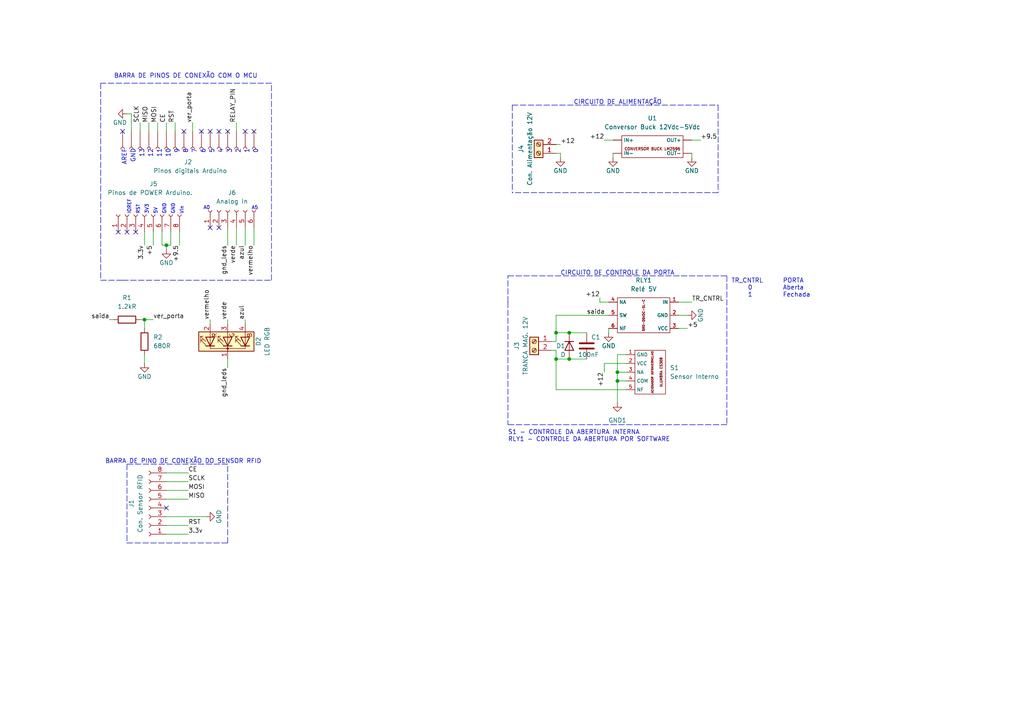
<source format=kicad_sch>
(kicad_sch (version 20211123) (generator eeschema)

  (uuid 9538e4ed-27e6-4c37-b989-9859dc0d49e8)

  (paper "A4")

  (title_block
    (title "Hardware Controle de Acesso")
    (date "2023-01-04")
    (rev "v2")
    (company "LASPI - Laboratório de Aplicações Tecnológicas para o Setor Produtiro Industrial")
    (comment 1 "Feito por: Leandro A. e Gabriel G.")
  )

  (lib_symbols
    (symbol "Connector:Conn_01x06_Female" (pin_names (offset 1.016) hide) (in_bom yes) (on_board yes)
      (property "Reference" "J" (id 0) (at 0 7.62 0)
        (effects (font (size 1.27 1.27)))
      )
      (property "Value" "Conn_01x06_Female" (id 1) (at 0 -10.16 0)
        (effects (font (size 1.27 1.27)))
      )
      (property "Footprint" "" (id 2) (at 0 0 0)
        (effects (font (size 1.27 1.27)) hide)
      )
      (property "Datasheet" "~" (id 3) (at 0 0 0)
        (effects (font (size 1.27 1.27)) hide)
      )
      (property "ki_keywords" "connector" (id 4) (at 0 0 0)
        (effects (font (size 1.27 1.27)) hide)
      )
      (property "ki_description" "Generic connector, single row, 01x06, script generated (kicad-library-utils/schlib/autogen/connector/)" (id 5) (at 0 0 0)
        (effects (font (size 1.27 1.27)) hide)
      )
      (property "ki_fp_filters" "Connector*:*_1x??_*" (id 6) (at 0 0 0)
        (effects (font (size 1.27 1.27)) hide)
      )
      (symbol "Conn_01x06_Female_1_1"
        (arc (start 0 -7.112) (mid -0.508 -7.62) (end 0 -8.128)
          (stroke (width 0.1524) (type default) (color 0 0 0 0))
          (fill (type none))
        )
        (arc (start 0 -4.572) (mid -0.508 -5.08) (end 0 -5.588)
          (stroke (width 0.1524) (type default) (color 0 0 0 0))
          (fill (type none))
        )
        (arc (start 0 -2.032) (mid -0.508 -2.54) (end 0 -3.048)
          (stroke (width 0.1524) (type default) (color 0 0 0 0))
          (fill (type none))
        )
        (polyline
          (pts
            (xy -1.27 -7.62)
            (xy -0.508 -7.62)
          )
          (stroke (width 0.1524) (type default) (color 0 0 0 0))
          (fill (type none))
        )
        (polyline
          (pts
            (xy -1.27 -5.08)
            (xy -0.508 -5.08)
          )
          (stroke (width 0.1524) (type default) (color 0 0 0 0))
          (fill (type none))
        )
        (polyline
          (pts
            (xy -1.27 -2.54)
            (xy -0.508 -2.54)
          )
          (stroke (width 0.1524) (type default) (color 0 0 0 0))
          (fill (type none))
        )
        (polyline
          (pts
            (xy -1.27 0)
            (xy -0.508 0)
          )
          (stroke (width 0.1524) (type default) (color 0 0 0 0))
          (fill (type none))
        )
        (polyline
          (pts
            (xy -1.27 2.54)
            (xy -0.508 2.54)
          )
          (stroke (width 0.1524) (type default) (color 0 0 0 0))
          (fill (type none))
        )
        (polyline
          (pts
            (xy -1.27 5.08)
            (xy -0.508 5.08)
          )
          (stroke (width 0.1524) (type default) (color 0 0 0 0))
          (fill (type none))
        )
        (arc (start 0 0.508) (mid -0.508 0) (end 0 -0.508)
          (stroke (width 0.1524) (type default) (color 0 0 0 0))
          (fill (type none))
        )
        (arc (start 0 3.048) (mid -0.508 2.54) (end 0 2.032)
          (stroke (width 0.1524) (type default) (color 0 0 0 0))
          (fill (type none))
        )
        (arc (start 0 5.588) (mid -0.508 5.08) (end 0 4.572)
          (stroke (width 0.1524) (type default) (color 0 0 0 0))
          (fill (type none))
        )
        (pin passive line (at -5.08 5.08 0) (length 3.81)
          (name "Pin_1" (effects (font (size 1.27 1.27))))
          (number "1" (effects (font (size 1.27 1.27))))
        )
        (pin passive line (at -5.08 2.54 0) (length 3.81)
          (name "Pin_2" (effects (font (size 1.27 1.27))))
          (number "2" (effects (font (size 1.27 1.27))))
        )
        (pin passive line (at -5.08 0 0) (length 3.81)
          (name "Pin_3" (effects (font (size 1.27 1.27))))
          (number "3" (effects (font (size 1.27 1.27))))
        )
        (pin passive line (at -5.08 -2.54 0) (length 3.81)
          (name "Pin_4" (effects (font (size 1.27 1.27))))
          (number "4" (effects (font (size 1.27 1.27))))
        )
        (pin passive line (at -5.08 -5.08 0) (length 3.81)
          (name "Pin_5" (effects (font (size 1.27 1.27))))
          (number "5" (effects (font (size 1.27 1.27))))
        )
        (pin passive line (at -5.08 -7.62 0) (length 3.81)
          (name "Pin_6" (effects (font (size 1.27 1.27))))
          (number "6" (effects (font (size 1.27 1.27))))
        )
      )
    )
    (symbol "Connector:Conn_01x08_Female" (pin_names (offset 1.016) hide) (in_bom yes) (on_board yes)
      (property "Reference" "J" (id 0) (at 0 10.16 0)
        (effects (font (size 1.27 1.27)))
      )
      (property "Value" "Conn_01x08_Female" (id 1) (at 0 -12.7 0)
        (effects (font (size 1.27 1.27)))
      )
      (property "Footprint" "" (id 2) (at 0 0 0)
        (effects (font (size 1.27 1.27)) hide)
      )
      (property "Datasheet" "~" (id 3) (at 0 0 0)
        (effects (font (size 1.27 1.27)) hide)
      )
      (property "ki_keywords" "connector" (id 4) (at 0 0 0)
        (effects (font (size 1.27 1.27)) hide)
      )
      (property "ki_description" "Generic connector, single row, 01x08, script generated (kicad-library-utils/schlib/autogen/connector/)" (id 5) (at 0 0 0)
        (effects (font (size 1.27 1.27)) hide)
      )
      (property "ki_fp_filters" "Connector*:*_1x??_*" (id 6) (at 0 0 0)
        (effects (font (size 1.27 1.27)) hide)
      )
      (symbol "Conn_01x08_Female_1_1"
        (arc (start 0 -9.652) (mid -0.508 -10.16) (end 0 -10.668)
          (stroke (width 0.1524) (type default) (color 0 0 0 0))
          (fill (type none))
        )
        (arc (start 0 -7.112) (mid -0.508 -7.62) (end 0 -8.128)
          (stroke (width 0.1524) (type default) (color 0 0 0 0))
          (fill (type none))
        )
        (arc (start 0 -4.572) (mid -0.508 -5.08) (end 0 -5.588)
          (stroke (width 0.1524) (type default) (color 0 0 0 0))
          (fill (type none))
        )
        (arc (start 0 -2.032) (mid -0.508 -2.54) (end 0 -3.048)
          (stroke (width 0.1524) (type default) (color 0 0 0 0))
          (fill (type none))
        )
        (polyline
          (pts
            (xy -1.27 -10.16)
            (xy -0.508 -10.16)
          )
          (stroke (width 0.1524) (type default) (color 0 0 0 0))
          (fill (type none))
        )
        (polyline
          (pts
            (xy -1.27 -7.62)
            (xy -0.508 -7.62)
          )
          (stroke (width 0.1524) (type default) (color 0 0 0 0))
          (fill (type none))
        )
        (polyline
          (pts
            (xy -1.27 -5.08)
            (xy -0.508 -5.08)
          )
          (stroke (width 0.1524) (type default) (color 0 0 0 0))
          (fill (type none))
        )
        (polyline
          (pts
            (xy -1.27 -2.54)
            (xy -0.508 -2.54)
          )
          (stroke (width 0.1524) (type default) (color 0 0 0 0))
          (fill (type none))
        )
        (polyline
          (pts
            (xy -1.27 0)
            (xy -0.508 0)
          )
          (stroke (width 0.1524) (type default) (color 0 0 0 0))
          (fill (type none))
        )
        (polyline
          (pts
            (xy -1.27 2.54)
            (xy -0.508 2.54)
          )
          (stroke (width 0.1524) (type default) (color 0 0 0 0))
          (fill (type none))
        )
        (polyline
          (pts
            (xy -1.27 5.08)
            (xy -0.508 5.08)
          )
          (stroke (width 0.1524) (type default) (color 0 0 0 0))
          (fill (type none))
        )
        (polyline
          (pts
            (xy -1.27 7.62)
            (xy -0.508 7.62)
          )
          (stroke (width 0.1524) (type default) (color 0 0 0 0))
          (fill (type none))
        )
        (arc (start 0 0.508) (mid -0.508 0) (end 0 -0.508)
          (stroke (width 0.1524) (type default) (color 0 0 0 0))
          (fill (type none))
        )
        (arc (start 0 3.048) (mid -0.508 2.54) (end 0 2.032)
          (stroke (width 0.1524) (type default) (color 0 0 0 0))
          (fill (type none))
        )
        (arc (start 0 5.588) (mid -0.508 5.08) (end 0 4.572)
          (stroke (width 0.1524) (type default) (color 0 0 0 0))
          (fill (type none))
        )
        (arc (start 0 8.128) (mid -0.508 7.62) (end 0 7.112)
          (stroke (width 0.1524) (type default) (color 0 0 0 0))
          (fill (type none))
        )
        (pin passive line (at -5.08 7.62 0) (length 3.81)
          (name "Pin_1" (effects (font (size 1.27 1.27))))
          (number "1" (effects (font (size 1.27 1.27))))
        )
        (pin passive line (at -5.08 5.08 0) (length 3.81)
          (name "Pin_2" (effects (font (size 1.27 1.27))))
          (number "2" (effects (font (size 1.27 1.27))))
        )
        (pin passive line (at -5.08 2.54 0) (length 3.81)
          (name "Pin_3" (effects (font (size 1.27 1.27))))
          (number "3" (effects (font (size 1.27 1.27))))
        )
        (pin passive line (at -5.08 0 0) (length 3.81)
          (name "Pin_4" (effects (font (size 1.27 1.27))))
          (number "4" (effects (font (size 1.27 1.27))))
        )
        (pin passive line (at -5.08 -2.54 0) (length 3.81)
          (name "Pin_5" (effects (font (size 1.27 1.27))))
          (number "5" (effects (font (size 1.27 1.27))))
        )
        (pin passive line (at -5.08 -5.08 0) (length 3.81)
          (name "Pin_6" (effects (font (size 1.27 1.27))))
          (number "6" (effects (font (size 1.27 1.27))))
        )
        (pin passive line (at -5.08 -7.62 0) (length 3.81)
          (name "Pin_7" (effects (font (size 1.27 1.27))))
          (number "7" (effects (font (size 1.27 1.27))))
        )
        (pin passive line (at -5.08 -10.16 0) (length 3.81)
          (name "Pin_8" (effects (font (size 1.27 1.27))))
          (number "8" (effects (font (size 1.27 1.27))))
        )
      )
    )
    (symbol "Connector:Conn_01x16_Female" (pin_numbers hide) (pin_names (offset 1.016) hide) (in_bom yes) (on_board yes)
      (property "Reference" "J" (id 0) (at 0 20.32 0)
        (effects (font (size 1.27 1.27)))
      )
      (property "Value" "Conn_01x16_Female" (id 1) (at 0 -22.86 0)
        (effects (font (size 1.27 1.27)))
      )
      (property "Footprint" "" (id 2) (at 0 0 0)
        (effects (font (size 1.27 1.27)) hide)
      )
      (property "Datasheet" "~" (id 3) (at 0 0 0)
        (effects (font (size 1.27 1.27)) hide)
      )
      (property "ki_keywords" "connector" (id 4) (at 0 0 0)
        (effects (font (size 1.27 1.27)) hide)
      )
      (property "ki_description" "Generic connector, single row, 01x16, script generated (kicad-library-utils/schlib/autogen/connector/)" (id 5) (at 0 0 0)
        (effects (font (size 1.27 1.27)) hide)
      )
      (property "ki_fp_filters" "Connector*:*_1x??_*" (id 6) (at 0 0 0)
        (effects (font (size 1.27 1.27)) hide)
      )
      (symbol "Conn_01x16_Female_1_1"
        (arc (start 0 -19.812) (mid -0.508 -20.32) (end 0 -20.828)
          (stroke (width 0.1524) (type default) (color 0 0 0 0))
          (fill (type none))
        )
        (arc (start 0 -17.272) (mid -0.508 -17.78) (end 0 -18.288)
          (stroke (width 0.1524) (type default) (color 0 0 0 0))
          (fill (type none))
        )
        (arc (start 0 -14.732) (mid -0.508 -15.24) (end 0 -15.748)
          (stroke (width 0.1524) (type default) (color 0 0 0 0))
          (fill (type none))
        )
        (arc (start 0 -12.192) (mid -0.508 -12.7) (end 0 -13.208)
          (stroke (width 0.1524) (type default) (color 0 0 0 0))
          (fill (type none))
        )
        (arc (start 0 -9.652) (mid -0.508 -10.16) (end 0 -10.668)
          (stroke (width 0.1524) (type default) (color 0 0 0 0))
          (fill (type none))
        )
        (arc (start 0 -7.112) (mid -0.508 -7.62) (end 0 -8.128)
          (stroke (width 0.1524) (type default) (color 0 0 0 0))
          (fill (type none))
        )
        (arc (start 0 -4.572) (mid -0.508 -5.08) (end 0 -5.588)
          (stroke (width 0.1524) (type default) (color 0 0 0 0))
          (fill (type none))
        )
        (arc (start 0 -2.032) (mid -0.508 -2.54) (end 0 -3.048)
          (stroke (width 0.1524) (type default) (color 0 0 0 0))
          (fill (type none))
        )
        (polyline
          (pts
            (xy -1.27 -20.32)
            (xy -0.508 -20.32)
          )
          (stroke (width 0.1524) (type default) (color 0 0 0 0))
          (fill (type none))
        )
        (polyline
          (pts
            (xy -1.27 -17.78)
            (xy -0.508 -17.78)
          )
          (stroke (width 0.1524) (type default) (color 0 0 0 0))
          (fill (type none))
        )
        (polyline
          (pts
            (xy -1.27 -15.24)
            (xy -0.508 -15.24)
          )
          (stroke (width 0.1524) (type default) (color 0 0 0 0))
          (fill (type none))
        )
        (polyline
          (pts
            (xy -1.27 -12.7)
            (xy -0.508 -12.7)
          )
          (stroke (width 0.1524) (type default) (color 0 0 0 0))
          (fill (type none))
        )
        (polyline
          (pts
            (xy -1.27 -10.16)
            (xy -0.508 -10.16)
          )
          (stroke (width 0.1524) (type default) (color 0 0 0 0))
          (fill (type none))
        )
        (polyline
          (pts
            (xy -1.27 -7.62)
            (xy -0.508 -7.62)
          )
          (stroke (width 0.1524) (type default) (color 0 0 0 0))
          (fill (type none))
        )
        (polyline
          (pts
            (xy -1.27 -5.08)
            (xy -0.508 -5.08)
          )
          (stroke (width 0.1524) (type default) (color 0 0 0 0))
          (fill (type none))
        )
        (polyline
          (pts
            (xy -1.27 -2.54)
            (xy -0.508 -2.54)
          )
          (stroke (width 0.1524) (type default) (color 0 0 0 0))
          (fill (type none))
        )
        (polyline
          (pts
            (xy -1.27 0)
            (xy -0.508 0)
          )
          (stroke (width 0.1524) (type default) (color 0 0 0 0))
          (fill (type none))
        )
        (polyline
          (pts
            (xy -1.27 2.54)
            (xy -0.508 2.54)
          )
          (stroke (width 0.1524) (type default) (color 0 0 0 0))
          (fill (type none))
        )
        (polyline
          (pts
            (xy -1.27 5.08)
            (xy -0.508 5.08)
          )
          (stroke (width 0.1524) (type default) (color 0 0 0 0))
          (fill (type none))
        )
        (polyline
          (pts
            (xy -1.27 7.62)
            (xy -0.508 7.62)
          )
          (stroke (width 0.1524) (type default) (color 0 0 0 0))
          (fill (type none))
        )
        (polyline
          (pts
            (xy -1.27 10.16)
            (xy -0.508 10.16)
          )
          (stroke (width 0.1524) (type default) (color 0 0 0 0))
          (fill (type none))
        )
        (polyline
          (pts
            (xy -1.27 12.7)
            (xy -0.508 12.7)
          )
          (stroke (width 0.1524) (type default) (color 0 0 0 0))
          (fill (type none))
        )
        (polyline
          (pts
            (xy -1.27 15.24)
            (xy -0.508 15.24)
          )
          (stroke (width 0.1524) (type default) (color 0 0 0 0))
          (fill (type none))
        )
        (polyline
          (pts
            (xy -1.27 17.78)
            (xy -0.508 17.78)
          )
          (stroke (width 0.1524) (type default) (color 0 0 0 0))
          (fill (type none))
        )
        (arc (start 0 0.508) (mid -0.508 0) (end 0 -0.508)
          (stroke (width 0.1524) (type default) (color 0 0 0 0))
          (fill (type none))
        )
        (arc (start 0 3.048) (mid -0.508 2.54) (end 0 2.032)
          (stroke (width 0.1524) (type default) (color 0 0 0 0))
          (fill (type none))
        )
        (arc (start 0 5.588) (mid -0.508 5.08) (end 0 4.572)
          (stroke (width 0.1524) (type default) (color 0 0 0 0))
          (fill (type none))
        )
        (arc (start 0 8.128) (mid -0.508 7.62) (end 0 7.112)
          (stroke (width 0.1524) (type default) (color 0 0 0 0))
          (fill (type none))
        )
        (arc (start 0 10.668) (mid -0.508 10.16) (end 0 9.652)
          (stroke (width 0.1524) (type default) (color 0 0 0 0))
          (fill (type none))
        )
        (arc (start 0 13.208) (mid -0.508 12.7) (end 0 12.192)
          (stroke (width 0.1524) (type default) (color 0 0 0 0))
          (fill (type none))
        )
        (arc (start 0 15.748) (mid -0.508 15.24) (end 0 14.732)
          (stroke (width 0.1524) (type default) (color 0 0 0 0))
          (fill (type none))
        )
        (arc (start 0 18.288) (mid -0.508 17.78) (end 0 17.272)
          (stroke (width 0.1524) (type default) (color 0 0 0 0))
          (fill (type none))
        )
        (pin passive line (at -5.08 17.78 0) (length 3.81)
          (name "Pin_1" (effects (font (size 1.27 1.27))))
          (number "1" (effects (font (size 1.27 1.27))))
        )
        (pin passive line (at -5.08 -5.08 0) (length 3.81)
          (name "Pin_10" (effects (font (size 1.27 1.27))))
          (number "10" (effects (font (size 1.27 1.27))))
        )
        (pin passive line (at -5.08 -7.62 0) (length 3.81)
          (name "Pin_11" (effects (font (size 1.27 1.27))))
          (number "11" (effects (font (size 1.27 1.27))))
        )
        (pin passive line (at -5.08 -10.16 0) (length 3.81)
          (name "Pin_12" (effects (font (size 1.27 1.27))))
          (number "12" (effects (font (size 1.27 1.27))))
        )
        (pin passive line (at -5.08 -12.7 0) (length 3.81)
          (name "Pin_13" (effects (font (size 1.27 1.27))))
          (number "13" (effects (font (size 1.27 1.27))))
        )
        (pin passive line (at -5.08 -15.24 0) (length 3.81)
          (name "Pin_14" (effects (font (size 1.27 1.27))))
          (number "14" (effects (font (size 1.27 1.27))))
        )
        (pin passive line (at -5.08 -17.78 0) (length 3.81)
          (name "Pin_15" (effects (font (size 1.27 1.27))))
          (number "15" (effects (font (size 1.27 1.27))))
        )
        (pin passive line (at -5.08 -20.32 0) (length 3.81)
          (name "Pin_16" (effects (font (size 1.27 1.27))))
          (number "16" (effects (font (size 1.27 1.27))))
        )
        (pin passive line (at -5.08 15.24 0) (length 3.81)
          (name "Pin_2" (effects (font (size 1.27 1.27))))
          (number "2" (effects (font (size 1.27 1.27))))
        )
        (pin passive line (at -5.08 12.7 0) (length 3.81)
          (name "Pin_3" (effects (font (size 1.27 1.27))))
          (number "3" (effects (font (size 1.27 1.27))))
        )
        (pin passive line (at -5.08 10.16 0) (length 3.81)
          (name "Pin_4" (effects (font (size 1.27 1.27))))
          (number "4" (effects (font (size 1.27 1.27))))
        )
        (pin passive line (at -5.08 7.62 0) (length 3.81)
          (name "Pin_5" (effects (font (size 1.27 1.27))))
          (number "5" (effects (font (size 1.27 1.27))))
        )
        (pin passive line (at -5.08 5.08 0) (length 3.81)
          (name "Pin_6" (effects (font (size 1.27 1.27))))
          (number "6" (effects (font (size 1.27 1.27))))
        )
        (pin passive line (at -5.08 2.54 0) (length 3.81)
          (name "Pin_7" (effects (font (size 1.27 1.27))))
          (number "7" (effects (font (size 1.27 1.27))))
        )
        (pin passive line (at -5.08 0 0) (length 3.81)
          (name "Pin_8" (effects (font (size 1.27 1.27))))
          (number "8" (effects (font (size 1.27 1.27))))
        )
        (pin passive line (at -5.08 -2.54 0) (length 3.81)
          (name "Pin_9" (effects (font (size 1.27 1.27))))
          (number "9" (effects (font (size 1.27 1.27))))
        )
      )
    )
    (symbol "Connector:Screw_Terminal_01x02" (pin_names (offset 1.016) hide) (in_bom yes) (on_board yes)
      (property "Reference" "J" (id 0) (at 0 2.54 0)
        (effects (font (size 1.27 1.27)))
      )
      (property "Value" "Screw_Terminal_01x02" (id 1) (at 0 -5.08 0)
        (effects (font (size 1.27 1.27)))
      )
      (property "Footprint" "" (id 2) (at 0 0 0)
        (effects (font (size 1.27 1.27)) hide)
      )
      (property "Datasheet" "~" (id 3) (at 0 0 0)
        (effects (font (size 1.27 1.27)) hide)
      )
      (property "ki_keywords" "screw terminal" (id 4) (at 0 0 0)
        (effects (font (size 1.27 1.27)) hide)
      )
      (property "ki_description" "Generic screw terminal, single row, 01x02, script generated (kicad-library-utils/schlib/autogen/connector/)" (id 5) (at 0 0 0)
        (effects (font (size 1.27 1.27)) hide)
      )
      (property "ki_fp_filters" "TerminalBlock*:*" (id 6) (at 0 0 0)
        (effects (font (size 1.27 1.27)) hide)
      )
      (symbol "Screw_Terminal_01x02_1_1"
        (rectangle (start -1.27 1.27) (end 1.27 -3.81)
          (stroke (width 0.254) (type default) (color 0 0 0 0))
          (fill (type background))
        )
        (circle (center 0 -2.54) (radius 0.635)
          (stroke (width 0.1524) (type default) (color 0 0 0 0))
          (fill (type none))
        )
        (polyline
          (pts
            (xy -0.5334 -2.2098)
            (xy 0.3302 -3.048)
          )
          (stroke (width 0.1524) (type default) (color 0 0 0 0))
          (fill (type none))
        )
        (polyline
          (pts
            (xy -0.5334 0.3302)
            (xy 0.3302 -0.508)
          )
          (stroke (width 0.1524) (type default) (color 0 0 0 0))
          (fill (type none))
        )
        (polyline
          (pts
            (xy -0.3556 -2.032)
            (xy 0.508 -2.8702)
          )
          (stroke (width 0.1524) (type default) (color 0 0 0 0))
          (fill (type none))
        )
        (polyline
          (pts
            (xy -0.3556 0.508)
            (xy 0.508 -0.3302)
          )
          (stroke (width 0.1524) (type default) (color 0 0 0 0))
          (fill (type none))
        )
        (circle (center 0 0) (radius 0.635)
          (stroke (width 0.1524) (type default) (color 0 0 0 0))
          (fill (type none))
        )
        (pin passive line (at -5.08 0 0) (length 3.81)
          (name "Pin_1" (effects (font (size 1.27 1.27))))
          (number "1" (effects (font (size 1.27 1.27))))
        )
        (pin passive line (at -5.08 -2.54 0) (length 3.81)
          (name "Pin_2" (effects (font (size 1.27 1.27))))
          (number "2" (effects (font (size 1.27 1.27))))
        )
      )
    )
    (symbol "Device:C" (pin_numbers hide) (pin_names (offset 0.254)) (in_bom yes) (on_board yes)
      (property "Reference" "C" (id 0) (at 0.635 2.54 0)
        (effects (font (size 1.27 1.27)) (justify left))
      )
      (property "Value" "C" (id 1) (at 0.635 -2.54 0)
        (effects (font (size 1.27 1.27)) (justify left))
      )
      (property "Footprint" "" (id 2) (at 0.9652 -3.81 0)
        (effects (font (size 1.27 1.27)) hide)
      )
      (property "Datasheet" "~" (id 3) (at 0 0 0)
        (effects (font (size 1.27 1.27)) hide)
      )
      (property "ki_keywords" "cap capacitor" (id 4) (at 0 0 0)
        (effects (font (size 1.27 1.27)) hide)
      )
      (property "ki_description" "Unpolarized capacitor" (id 5) (at 0 0 0)
        (effects (font (size 1.27 1.27)) hide)
      )
      (property "ki_fp_filters" "C_*" (id 6) (at 0 0 0)
        (effects (font (size 1.27 1.27)) hide)
      )
      (symbol "C_0_1"
        (polyline
          (pts
            (xy -2.032 -0.762)
            (xy 2.032 -0.762)
          )
          (stroke (width 0.508) (type default) (color 0 0 0 0))
          (fill (type none))
        )
        (polyline
          (pts
            (xy -2.032 0.762)
            (xy 2.032 0.762)
          )
          (stroke (width 0.508) (type default) (color 0 0 0 0))
          (fill (type none))
        )
      )
      (symbol "C_1_1"
        (pin passive line (at 0 3.81 270) (length 2.794)
          (name "~" (effects (font (size 1.27 1.27))))
          (number "1" (effects (font (size 1.27 1.27))))
        )
        (pin passive line (at 0 -3.81 90) (length 2.794)
          (name "~" (effects (font (size 1.27 1.27))))
          (number "2" (effects (font (size 1.27 1.27))))
        )
      )
    )
    (symbol "Device:D" (pin_numbers hide) (pin_names (offset 1.016) hide) (in_bom yes) (on_board yes)
      (property "Reference" "D" (id 0) (at 0 2.54 0)
        (effects (font (size 1.27 1.27)))
      )
      (property "Value" "D" (id 1) (at 0 -2.54 0)
        (effects (font (size 1.27 1.27)))
      )
      (property "Footprint" "" (id 2) (at 0 0 0)
        (effects (font (size 1.27 1.27)) hide)
      )
      (property "Datasheet" "~" (id 3) (at 0 0 0)
        (effects (font (size 1.27 1.27)) hide)
      )
      (property "ki_keywords" "diode" (id 4) (at 0 0 0)
        (effects (font (size 1.27 1.27)) hide)
      )
      (property "ki_description" "Diode" (id 5) (at 0 0 0)
        (effects (font (size 1.27 1.27)) hide)
      )
      (property "ki_fp_filters" "TO-???* *_Diode_* *SingleDiode* D_*" (id 6) (at 0 0 0)
        (effects (font (size 1.27 1.27)) hide)
      )
      (symbol "D_0_1"
        (polyline
          (pts
            (xy -1.27 1.27)
            (xy -1.27 -1.27)
          )
          (stroke (width 0.254) (type default) (color 0 0 0 0))
          (fill (type none))
        )
        (polyline
          (pts
            (xy 1.27 0)
            (xy -1.27 0)
          )
          (stroke (width 0) (type default) (color 0 0 0 0))
          (fill (type none))
        )
        (polyline
          (pts
            (xy 1.27 1.27)
            (xy 1.27 -1.27)
            (xy -1.27 0)
            (xy 1.27 1.27)
          )
          (stroke (width 0.254) (type default) (color 0 0 0 0))
          (fill (type none))
        )
      )
      (symbol "D_1_1"
        (pin passive line (at -3.81 0 0) (length 2.54)
          (name "K" (effects (font (size 1.27 1.27))))
          (number "1" (effects (font (size 1.27 1.27))))
        )
        (pin passive line (at 3.81 0 180) (length 2.54)
          (name "A" (effects (font (size 1.27 1.27))))
          (number "2" (effects (font (size 1.27 1.27))))
        )
      )
    )
    (symbol "Device:LED_KRGB" (pin_names (offset 0) hide) (in_bom yes) (on_board yes)
      (property "Reference" "D" (id 0) (at 0 9.398 0)
        (effects (font (size 1.27 1.27)))
      )
      (property "Value" "LED_KRGB" (id 1) (at 0 -8.89 0)
        (effects (font (size 1.27 1.27)))
      )
      (property "Footprint" "" (id 2) (at 0 -1.27 0)
        (effects (font (size 1.27 1.27)) hide)
      )
      (property "Datasheet" "~" (id 3) (at 0 -1.27 0)
        (effects (font (size 1.27 1.27)) hide)
      )
      (property "ki_keywords" "LED RGB diode" (id 4) (at 0 0 0)
        (effects (font (size 1.27 1.27)) hide)
      )
      (property "ki_description" "RGB LED, cathode/red/green/blue" (id 5) (at 0 0 0)
        (effects (font (size 1.27 1.27)) hide)
      )
      (property "ki_fp_filters" "LED* LED_SMD:* LED_THT:*" (id 6) (at 0 0 0)
        (effects (font (size 1.27 1.27)) hide)
      )
      (symbol "LED_KRGB_0_0"
        (text "B" (at 1.905 -6.35 0)
          (effects (font (size 1.27 1.27)))
        )
        (text "G" (at 1.905 -1.27 0)
          (effects (font (size 1.27 1.27)))
        )
        (text "R" (at 1.905 3.81 0)
          (effects (font (size 1.27 1.27)))
        )
      )
      (symbol "LED_KRGB_0_1"
        (circle (center -2.032 0) (radius 0.254)
          (stroke (width 0) (type default) (color 0 0 0 0))
          (fill (type outline))
        )
        (polyline
          (pts
            (xy -1.27 -5.08)
            (xy 1.27 -5.08)
          )
          (stroke (width 0) (type default) (color 0 0 0 0))
          (fill (type none))
        )
        (polyline
          (pts
            (xy -1.27 -3.81)
            (xy -1.27 -6.35)
          )
          (stroke (width 0.254) (type default) (color 0 0 0 0))
          (fill (type none))
        )
        (polyline
          (pts
            (xy -1.27 0)
            (xy -2.54 0)
          )
          (stroke (width 0) (type default) (color 0 0 0 0))
          (fill (type none))
        )
        (polyline
          (pts
            (xy -1.27 1.27)
            (xy -1.27 -1.27)
          )
          (stroke (width 0.254) (type default) (color 0 0 0 0))
          (fill (type none))
        )
        (polyline
          (pts
            (xy -1.27 5.08)
            (xy 1.27 5.08)
          )
          (stroke (width 0) (type default) (color 0 0 0 0))
          (fill (type none))
        )
        (polyline
          (pts
            (xy -1.27 6.35)
            (xy -1.27 3.81)
          )
          (stroke (width 0.254) (type default) (color 0 0 0 0))
          (fill (type none))
        )
        (polyline
          (pts
            (xy 1.27 -5.08)
            (xy 2.54 -5.08)
          )
          (stroke (width 0) (type default) (color 0 0 0 0))
          (fill (type none))
        )
        (polyline
          (pts
            (xy 1.27 0)
            (xy -1.27 0)
          )
          (stroke (width 0) (type default) (color 0 0 0 0))
          (fill (type none))
        )
        (polyline
          (pts
            (xy 1.27 0)
            (xy 2.54 0)
          )
          (stroke (width 0) (type default) (color 0 0 0 0))
          (fill (type none))
        )
        (polyline
          (pts
            (xy 1.27 5.08)
            (xy 2.54 5.08)
          )
          (stroke (width 0) (type default) (color 0 0 0 0))
          (fill (type none))
        )
        (polyline
          (pts
            (xy -1.27 1.27)
            (xy -1.27 -1.27)
            (xy -1.27 -1.27)
          )
          (stroke (width 0) (type default) (color 0 0 0 0))
          (fill (type none))
        )
        (polyline
          (pts
            (xy -1.27 6.35)
            (xy -1.27 3.81)
            (xy -1.27 3.81)
          )
          (stroke (width 0) (type default) (color 0 0 0 0))
          (fill (type none))
        )
        (polyline
          (pts
            (xy -1.27 5.08)
            (xy -2.032 5.08)
            (xy -2.032 -5.08)
            (xy -1.016 -5.08)
          )
          (stroke (width 0) (type default) (color 0 0 0 0))
          (fill (type none))
        )
        (polyline
          (pts
            (xy 1.27 -3.81)
            (xy 1.27 -6.35)
            (xy -1.27 -5.08)
            (xy 1.27 -3.81)
          )
          (stroke (width 0.254) (type default) (color 0 0 0 0))
          (fill (type none))
        )
        (polyline
          (pts
            (xy 1.27 1.27)
            (xy 1.27 -1.27)
            (xy -1.27 0)
            (xy 1.27 1.27)
          )
          (stroke (width 0.254) (type default) (color 0 0 0 0))
          (fill (type none))
        )
        (polyline
          (pts
            (xy 1.27 6.35)
            (xy 1.27 3.81)
            (xy -1.27 5.08)
            (xy 1.27 6.35)
          )
          (stroke (width 0.254) (type default) (color 0 0 0 0))
          (fill (type none))
        )
        (polyline
          (pts
            (xy -1.016 -3.81)
            (xy 0.508 -2.286)
            (xy -0.254 -2.286)
            (xy 0.508 -2.286)
            (xy 0.508 -3.048)
          )
          (stroke (width 0) (type default) (color 0 0 0 0))
          (fill (type none))
        )
        (polyline
          (pts
            (xy -1.016 1.27)
            (xy 0.508 2.794)
            (xy -0.254 2.794)
            (xy 0.508 2.794)
            (xy 0.508 2.032)
          )
          (stroke (width 0) (type default) (color 0 0 0 0))
          (fill (type none))
        )
        (polyline
          (pts
            (xy -1.016 6.35)
            (xy 0.508 7.874)
            (xy -0.254 7.874)
            (xy 0.508 7.874)
            (xy 0.508 7.112)
          )
          (stroke (width 0) (type default) (color 0 0 0 0))
          (fill (type none))
        )
        (polyline
          (pts
            (xy 0 -3.81)
            (xy 1.524 -2.286)
            (xy 0.762 -2.286)
            (xy 1.524 -2.286)
            (xy 1.524 -3.048)
          )
          (stroke (width 0) (type default) (color 0 0 0 0))
          (fill (type none))
        )
        (polyline
          (pts
            (xy 0 1.27)
            (xy 1.524 2.794)
            (xy 0.762 2.794)
            (xy 1.524 2.794)
            (xy 1.524 2.032)
          )
          (stroke (width 0) (type default) (color 0 0 0 0))
          (fill (type none))
        )
        (polyline
          (pts
            (xy 0 6.35)
            (xy 1.524 7.874)
            (xy 0.762 7.874)
            (xy 1.524 7.874)
            (xy 1.524 7.112)
          )
          (stroke (width 0) (type default) (color 0 0 0 0))
          (fill (type none))
        )
        (rectangle (start 1.27 -1.27) (end 1.27 1.27)
          (stroke (width 0) (type default) (color 0 0 0 0))
          (fill (type none))
        )
        (rectangle (start 1.27 1.27) (end 1.27 1.27)
          (stroke (width 0) (type default) (color 0 0 0 0))
          (fill (type none))
        )
        (rectangle (start 1.27 3.81) (end 1.27 6.35)
          (stroke (width 0) (type default) (color 0 0 0 0))
          (fill (type none))
        )
        (rectangle (start 1.27 6.35) (end 1.27 6.35)
          (stroke (width 0) (type default) (color 0 0 0 0))
          (fill (type none))
        )
        (rectangle (start 2.794 8.382) (end -2.794 -7.62)
          (stroke (width 0.254) (type default) (color 0 0 0 0))
          (fill (type background))
        )
      )
      (symbol "LED_KRGB_1_1"
        (pin passive line (at -5.08 0 0) (length 2.54)
          (name "K" (effects (font (size 1.27 1.27))))
          (number "1" (effects (font (size 1.27 1.27))))
        )
        (pin passive line (at 5.08 5.08 180) (length 2.54)
          (name "RA" (effects (font (size 1.27 1.27))))
          (number "2" (effects (font (size 1.27 1.27))))
        )
        (pin passive line (at 5.08 0 180) (length 2.54)
          (name "GA" (effects (font (size 1.27 1.27))))
          (number "3" (effects (font (size 1.27 1.27))))
        )
        (pin passive line (at 5.08 -5.08 180) (length 2.54)
          (name "BA" (effects (font (size 1.27 1.27))))
          (number "4" (effects (font (size 1.27 1.27))))
        )
      )
    )
    (symbol "Device:R" (pin_numbers hide) (pin_names (offset 0)) (in_bom yes) (on_board yes)
      (property "Reference" "R" (id 0) (at 2.032 0 90)
        (effects (font (size 1.27 1.27)))
      )
      (property "Value" "R" (id 1) (at 0 0 90)
        (effects (font (size 1.27 1.27)))
      )
      (property "Footprint" "" (id 2) (at -1.778 0 90)
        (effects (font (size 1.27 1.27)) hide)
      )
      (property "Datasheet" "~" (id 3) (at 0 0 0)
        (effects (font (size 1.27 1.27)) hide)
      )
      (property "ki_keywords" "R res resistor" (id 4) (at 0 0 0)
        (effects (font (size 1.27 1.27)) hide)
      )
      (property "ki_description" "Resistor" (id 5) (at 0 0 0)
        (effects (font (size 1.27 1.27)) hide)
      )
      (property "ki_fp_filters" "R_*" (id 6) (at 0 0 0)
        (effects (font (size 1.27 1.27)) hide)
      )
      (symbol "R_0_1"
        (rectangle (start -1.016 -2.54) (end 1.016 2.54)
          (stroke (width 0.254) (type default) (color 0 0 0 0))
          (fill (type none))
        )
      )
      (symbol "R_1_1"
        (pin passive line (at 0 3.81 270) (length 1.27)
          (name "~" (effects (font (size 1.27 1.27))))
          (number "1" (effects (font (size 1.27 1.27))))
        )
        (pin passive line (at 0 -3.81 90) (length 1.27)
          (name "~" (effects (font (size 1.27 1.27))))
          (number "2" (effects (font (size 1.27 1.27))))
        )
      )
    )
    (symbol "External:Modulo_Conversor_Buck" (in_bom yes) (on_board yes)
      (property "Reference" "U" (id 0) (at 0 0 0)
        (effects (font (size 1.27 1.27)))
      )
      (property "Value" "Modulo_Conversor_Buck" (id 1) (at 0 2.54 0)
        (effects (font (size 1.27 1.27)))
      )
      (property "Footprint" "" (id 2) (at 0 0 0)
        (effects (font (size 1.27 1.27)) hide)
      )
      (property "Datasheet" "" (id 3) (at 0 0 0)
        (effects (font (size 1.27 1.27)) hide)
      )
      (symbol "Modulo_Conversor_Buck_0_0"
        (rectangle (start -10.16 -1.27) (end 7.62 -7.62)
          (stroke (width 0) (type default) (color 0 0 0 0))
          (fill (type none))
        )
        (text "CONVERSOR BUCK LM2596" (at -1.27 -5.08 0)
          (effects (font (size 0.8 0.8)))
        )
      )
      (symbol "Modulo_Conversor_Buck_1_1"
        (pin input line (at -12.7 -2.54 0) (length 2.54)
          (name "IN+" (effects (font (size 1 1))))
          (number "" (effects (font (size 1 1))))
        )
        (pin input line (at -12.7 -6.35 0) (length 2.54)
          (name "IN-" (effects (font (size 1 1))))
          (number "" (effects (font (size 1 1))))
        )
        (pin output line (at 10.16 -2.54 180) (length 2.54)
          (name "OUT+" (effects (font (size 1 1))))
          (number "" (effects (font (size 1 1))))
        )
        (pin output line (at 10.16 -6.35 180) (length 2.54)
          (name "OUT-" (effects (font (size 1 1))))
          (number "" (effects (font (size 1 1))))
        )
      )
    )
    (symbol "External:Modulo_Rele_5V" (in_bom yes) (on_board yes)
      (property "Reference" "RLY" (id 0) (at 1.27 -5.08 0)
        (effects (font (size 1.27 1.27)))
      )
      (property "Value" "Modulo_Rele_5V" (id 1) (at 1.27 -2.54 0)
        (effects (font (size 1.27 1.27)))
      )
      (property "Footprint" "" (id 2) (at 1.27 -2.54 0)
        (effects (font (size 1.27 1.27)) hide)
      )
      (property "Datasheet" "" (id 3) (at 1.27 -2.54 0)
        (effects (font (size 1.27 1.27)) hide)
      )
      (symbol "Modulo_Rele_5V_0_0"
        (text "SRD-05VDC-SL-C" (at 1.27 -11.43 900)
          (effects (font (size 0.65 0.65)))
        )
      )
      (symbol "Modulo_Rele_5V_0_1"
        (rectangle (start -6.35 -6.35) (end 8.89 -16.51)
          (stroke (width 0) (type default) (color 0 0 0 0))
          (fill (type none))
        )
      )
      (symbol "Modulo_Rele_5V_1_1"
        (pin input line (at 11.43 -7.62 180) (length 2.54)
          (name "IN" (effects (font (size 1 1))))
          (number "1" (effects (font (size 1 1))))
        )
        (pin input line (at 11.43 -11.43 180) (length 2.54)
          (name "GND" (effects (font (size 1 1))))
          (number "2" (effects (font (size 1 1))))
        )
        (pin input line (at 11.43 -15.24 180) (length 2.54)
          (name "VCC" (effects (font (size 1 1))))
          (number "3" (effects (font (size 1 1))))
        )
        (pin bidirectional line (at -8.89 -7.62 0) (length 2.54)
          (name "NA" (effects (font (size 1 1))))
          (number "4" (effects (font (size 1 1))))
        )
        (pin bidirectional line (at -8.89 -11.43 0) (length 2.54)
          (name "SW" (effects (font (size 1 1))))
          (number "5" (effects (font (size 1 1))))
        )
        (pin bidirectional line (at -8.89 -15.24 0) (length 2.54)
          (name "NF" (effects (font (size 1 1))))
          (number "6" (effects (font (size 1 1))))
        )
      )
    )
    (symbol "External:Sensor_Infravermelho_ES308" (in_bom yes) (on_board yes)
      (property "Reference" "S1" (id 0) (at 2.54 -8.8899 0)
        (effects (font (size 1.27 1.27)) (justify left))
      )
      (property "Value" "Sensor Interno" (id 1) (at 2.54 -11.4299 0)
        (effects (font (size 1.27 1.27)) (justify left))
      )
      (property "Footprint" "" (id 2) (at 0 0 0)
        (effects (font (size 1.27 1.27)) hide)
      )
      (property "Datasheet" "" (id 3) (at 0 0 0)
        (effects (font (size 1.27 1.27)) hide)
      )
      (symbol "Sensor_Infravermelho_ES308_0_0"
        (text "ACIONADOR INFRAVERMELHO" (at -2.54 -10.16 900)
          (effects (font (size 0.58 0.58)))
        )
        (text "ALUMBRA ES308" (at 0 -10.16 900)
          (effects (font (size 0.7 0.7)))
        )
      )
      (symbol "Sensor_Infravermelho_ES308_0_1"
        (rectangle (start -7.62 -3.81) (end 1.27 -16.51)
          (stroke (width 0) (type default) (color 0 0 0 0))
          (fill (type none))
        )
      )
      (symbol "Sensor_Infravermelho_ES308_1_1"
        (pin input line (at -10.16 -5.08 0) (length 2.54)
          (name "GND" (effects (font (size 1 1))))
          (number "1" (effects (font (size 1 1))))
        )
        (pin input line (at -10.16 -7.62 0) (length 2.54)
          (name "VCC" (effects (font (size 1 1))))
          (number "2" (effects (font (size 1 1))))
        )
        (pin input line (at -10.16 -10.16 0) (length 2.54)
          (name "NA" (effects (font (size 1 1))))
          (number "3" (effects (font (size 1 1))))
        )
        (pin input line (at -10.16 -12.7 0) (length 2.54)
          (name "COM" (effects (font (size 1 1))))
          (number "4" (effects (font (size 1 1))))
        )
        (pin input line (at -10.16 -15.24 0) (length 2.54)
          (name "NF" (effects (font (size 1 1))))
          (number "5" (effects (font (size 1 1))))
        )
      )
    )
    (symbol "power:GND" (power) (pin_names (offset 0)) (in_bom yes) (on_board yes)
      (property "Reference" "#PWR" (id 0) (at 0 -6.35 0)
        (effects (font (size 1.27 1.27)) hide)
      )
      (property "Value" "GND" (id 1) (at 0 -3.81 0)
        (effects (font (size 1.27 1.27)))
      )
      (property "Footprint" "" (id 2) (at 0 0 0)
        (effects (font (size 1.27 1.27)) hide)
      )
      (property "Datasheet" "" (id 3) (at 0 0 0)
        (effects (font (size 1.27 1.27)) hide)
      )
      (property "ki_keywords" "power-flag" (id 4) (at 0 0 0)
        (effects (font (size 1.27 1.27)) hide)
      )
      (property "ki_description" "Power symbol creates a global label with name \"GND\" , ground" (id 5) (at 0 0 0)
        (effects (font (size 1.27 1.27)) hide)
      )
      (symbol "GND_0_1"
        (polyline
          (pts
            (xy 0 0)
            (xy 0 -1.27)
            (xy 1.27 -1.27)
            (xy 0 -2.54)
            (xy -1.27 -1.27)
            (xy 0 -1.27)
          )
          (stroke (width 0) (type default) (color 0 0 0 0))
          (fill (type none))
        )
      )
      (symbol "GND_1_1"
        (pin power_in line (at 0 0 270) (length 0) hide
          (name "GND" (effects (font (size 1.27 1.27))))
          (number "1" (effects (font (size 1.27 1.27))))
        )
      )
    )
    (symbol "power:GND1" (power) (pin_names (offset 0)) (in_bom yes) (on_board yes)
      (property "Reference" "#PWR" (id 0) (at 0 -6.35 0)
        (effects (font (size 1.27 1.27)) hide)
      )
      (property "Value" "GND1" (id 1) (at 0 -3.81 0)
        (effects (font (size 1.27 1.27)))
      )
      (property "Footprint" "" (id 2) (at 0 0 0)
        (effects (font (size 1.27 1.27)) hide)
      )
      (property "Datasheet" "" (id 3) (at 0 0 0)
        (effects (font (size 1.27 1.27)) hide)
      )
      (property "ki_keywords" "power-flag" (id 4) (at 0 0 0)
        (effects (font (size 1.27 1.27)) hide)
      )
      (property "ki_description" "Power symbol creates a global label with name \"GND1\" , ground" (id 5) (at 0 0 0)
        (effects (font (size 1.27 1.27)) hide)
      )
      (symbol "GND1_0_1"
        (polyline
          (pts
            (xy 0 0)
            (xy 0 -1.27)
            (xy 1.27 -1.27)
            (xy 0 -2.54)
            (xy -1.27 -1.27)
            (xy 0 -1.27)
          )
          (stroke (width 0) (type default) (color 0 0 0 0))
          (fill (type none))
        )
      )
      (symbol "GND1_1_1"
        (pin power_in line (at 0 0 270) (length 0) hide
          (name "GND1" (effects (font (size 1.27 1.27))))
          (number "1" (effects (font (size 1.27 1.27))))
        )
      )
    )
  )

  (junction (at 161.29 96.52) (diameter 0) (color 0 0 0 0)
    (uuid 1e7b185e-fede-457c-be00-9eb9ed704015)
  )
  (junction (at 41.91 92.71) (diameter 0) (color 0 0 0 0)
    (uuid 2bad55ce-f6df-40c9-aa93-5a4337d8aa5f)
  )
  (junction (at 48.26 71.12) (diameter 0) (color 0 0 0 0)
    (uuid 62c1b185-78d4-4a8b-a93b-809c4ac86ad0)
  )
  (junction (at 179.07 110.49) (diameter 0) (color 0 0 0 0)
    (uuid 7861ff71-abf9-463a-a679-2a9c2f608888)
  )
  (junction (at 165.1 104.14) (diameter 0) (color 0 0 0 0)
    (uuid 7cadf606-ff23-4dff-94a1-d990cc9e8b6f)
  )
  (junction (at 165.1 96.52) (diameter 0) (color 0 0 0 0)
    (uuid 9a289d31-c22d-4437-a67c-957cf25b7906)
  )
  (junction (at 179.07 107.95) (diameter 0) (color 0 0 0 0)
    (uuid b73c5633-f889-4c2f-b47b-999edfdb207c)
  )
  (junction (at 161.29 104.14) (diameter 0) (color 0 0 0 0)
    (uuid cf1603ec-4b5d-45b0-b5c4-b8b3914b7466)
  )

  (no_connect (at 73.66 38.1) (uuid 08501c7a-4589-4999-a5a6-92229dfe84ee))
  (no_connect (at 71.12 38.1) (uuid 08501c7a-4589-4999-a5a6-92229dfe84ef))
  (no_connect (at 60.96 38.1) (uuid 11f7565a-23ac-4f0d-ae94-8ed819901db8))
  (no_connect (at 58.42 38.1) (uuid 2bcef265-55ff-4b77-ad55-523abb85413d))
  (no_connect (at 63.5 38.1) (uuid 2bcef265-55ff-4b77-ad55-523abb85413d))
  (no_connect (at 66.04 38.1) (uuid 2bcef265-55ff-4b77-ad55-523abb85413d))
  (no_connect (at 63.5 66.04) (uuid 372a39fb-4b37-41c6-8302-3082c62b8371))
  (no_connect (at 60.96 66.04) (uuid 372a39fb-4b37-41c6-8302-3082c62b8371))
  (no_connect (at 34.29 67.31) (uuid 47aeb9b8-4575-4784-b317-1e6cb6cb4bbe))
  (no_connect (at 39.37 67.31) (uuid 9752ceaa-91cc-4ff7-b36f-ff48f6344405))
  (no_connect (at 53.34 38.1) (uuid aba3dd6a-44fc-43e2-8c77-ac2ee541f10c))
  (no_connect (at 48.26 147.32) (uuid bfda12d3-49fb-4101-84d8-2d2e2e8d0a90))
  (no_connect (at 36.83 67.31) (uuid ea44a2c4-74e4-4fa1-a2b0-08e7c5b337b5))
  (no_connect (at 35.56 38.1) (uuid f9bf0380-a236-49cd-a661-888e20ea022f))

  (wire (pts (xy 48.26 35.56) (xy 48.26 38.1))
    (stroke (width 0) (type default) (color 0 0 0 0))
    (uuid 0017e7e9-1ce6-4cd5-870d-b1e15799085d)
  )
  (wire (pts (xy 36.83 33.02) (xy 38.1 33.02))
    (stroke (width 0) (type default) (color 0 0 0 0))
    (uuid 002adff6-4584-4205-903d-c3b168bb3906)
  )
  (polyline (pts (xy 148.59 30.48) (xy 148.59 55.88))
    (stroke (width 0) (type default) (color 0 0 0 0))
    (uuid 0086ffa0-6e48-474c-b406-c57bfdae3001)
  )

  (wire (pts (xy 46.99 67.31) (xy 46.99 71.12))
    (stroke (width 0) (type default) (color 0 0 0 0))
    (uuid 010470fa-ca7d-4183-90d8-bcfe48b97ff8)
  )
  (wire (pts (xy 161.29 41.91) (xy 162.56 41.91))
    (stroke (width 0) (type default) (color 0 0 0 0))
    (uuid 01d2b5b2-67d5-447a-b097-6bc4490c7d74)
  )
  (wire (pts (xy 55.88 35.56) (xy 55.88 38.1))
    (stroke (width 0) (type default) (color 0 0 0 0))
    (uuid 05dbea2b-6f17-4976-8dcf-a6796f0385fb)
  )
  (polyline (pts (xy 210.82 80.01) (xy 210.82 123.19))
    (stroke (width 0) (type default) (color 0 0 0 0))
    (uuid 07ce9cb7-cf93-442a-8996-a99704d4a683)
  )

  (wire (pts (xy 44.45 71.12) (xy 44.45 67.31))
    (stroke (width 0) (type default) (color 0 0 0 0))
    (uuid 08f69851-901b-4938-b943-2ed8d612710c)
  )
  (wire (pts (xy 66.04 92.71) (xy 66.04 93.98))
    (stroke (width 0) (type default) (color 0 0 0 0))
    (uuid 0a21a298-ce07-4396-916d-07c172437f39)
  )
  (wire (pts (xy 176.53 96.52) (xy 176.53 95.25))
    (stroke (width 0) (type default) (color 0 0 0 0))
    (uuid 0b8b0184-f2ed-4c02-b5e6-542a491159ae)
  )
  (wire (pts (xy 181.61 113.03) (xy 161.29 113.03))
    (stroke (width 0) (type default) (color 0 0 0 0))
    (uuid 0bdb6175-8701-43d4-9212-8e88185a01b9)
  )
  (wire (pts (xy 196.85 91.44) (xy 199.39 91.44))
    (stroke (width 0) (type default) (color 0 0 0 0))
    (uuid 0d748c3a-0d99-4468-b6e0-f04188fd5090)
  )
  (wire (pts (xy 48.26 144.78) (xy 54.61 144.78))
    (stroke (width 0) (type default) (color 0 0 0 0))
    (uuid 0f79a5bf-51a9-4143-9bf1-42eea74fbc50)
  )
  (wire (pts (xy 68.58 35.56) (xy 68.58 38.1))
    (stroke (width 0) (type default) (color 0 0 0 0))
    (uuid 137f3aca-eb99-4b2a-a402-bc7a504a23ff)
  )
  (wire (pts (xy 41.91 92.71) (xy 40.64 92.71))
    (stroke (width 0) (type default) (color 0 0 0 0))
    (uuid 1dd3a96d-4ab9-4e82-ac61-28bd0309d819)
  )
  (wire (pts (xy 49.53 71.12) (xy 48.26 71.12))
    (stroke (width 0) (type default) (color 0 0 0 0))
    (uuid 23cc8340-0815-42df-b3ea-edffb5f7b0ac)
  )
  (wire (pts (xy 173.99 87.63) (xy 176.53 87.63))
    (stroke (width 0) (type default) (color 0 0 0 0))
    (uuid 25e18c1b-1b40-49d1-aa6f-eba6d3dd6915)
  )
  (wire (pts (xy 161.29 104.14) (xy 161.29 101.6))
    (stroke (width 0) (type default) (color 0 0 0 0))
    (uuid 2710dd9c-1a12-460e-99e0-ad141617b116)
  )
  (wire (pts (xy 161.29 101.6) (xy 160.02 101.6))
    (stroke (width 0) (type default) (color 0 0 0 0))
    (uuid 2e30a5ef-0a2f-40e2-88da-07054b9652a6)
  )
  (polyline (pts (xy 29.21 81.28) (xy 35.56 81.28))
    (stroke (width 0) (type default) (color 0 0 0 0))
    (uuid 2ed3b2f9-1971-4500-8a63-596b79f370f8)
  )
  (polyline (pts (xy 78.74 24.13) (xy 29.21 24.13))
    (stroke (width 0) (type default) (color 0 0 0 0))
    (uuid 31c60f18-2f19-4411-9664-27ce8d9706bf)
  )

  (wire (pts (xy 196.85 87.63) (xy 200.66 87.63))
    (stroke (width 0) (type default) (color 0 0 0 0))
    (uuid 328b991e-7db7-4d7a-a132-531c9ce6d077)
  )
  (wire (pts (xy 200.66 40.64) (xy 203.2 40.64))
    (stroke (width 0) (type default) (color 0 0 0 0))
    (uuid 3a433e48-e5a8-4b5f-a8a4-7a694bf581fc)
  )
  (wire (pts (xy 175.26 105.41) (xy 175.26 107.95))
    (stroke (width 0) (type default) (color 0 0 0 0))
    (uuid 3b4dd7a0-a6d5-47cb-bdb4-4e067c1d6014)
  )
  (wire (pts (xy 49.53 67.31) (xy 49.53 71.12))
    (stroke (width 0) (type default) (color 0 0 0 0))
    (uuid 41bb4ab3-ae05-4113-9d85-79d4e3919184)
  )
  (wire (pts (xy 175.26 40.64) (xy 177.8 40.64))
    (stroke (width 0) (type default) (color 0 0 0 0))
    (uuid 4b9099b4-dcbf-4c6b-b1e1-a1745bc69f48)
  )
  (wire (pts (xy 48.26 72.39) (xy 48.26 71.12))
    (stroke (width 0) (type default) (color 0 0 0 0))
    (uuid 4ca8dae0-7cb4-4523-b08b-147ce41417a5)
  )
  (wire (pts (xy 173.99 86.36) (xy 173.99 87.63))
    (stroke (width 0) (type default) (color 0 0 0 0))
    (uuid 4f11fdff-8307-4d49-b928-d19fef96ba5a)
  )
  (wire (pts (xy 161.29 96.52) (xy 161.29 91.44))
    (stroke (width 0) (type default) (color 0 0 0 0))
    (uuid 55150111-3f58-4d6b-9037-f35e93d264eb)
  )
  (wire (pts (xy 161.29 99.06) (xy 161.29 96.52))
    (stroke (width 0) (type default) (color 0 0 0 0))
    (uuid 5df4e739-e08c-4fe1-8ce4-9fc391c411fe)
  )
  (wire (pts (xy 165.1 104.14) (xy 170.18 104.14))
    (stroke (width 0) (type default) (color 0 0 0 0))
    (uuid 60db0be0-dab4-4333-8b49-ceaf5b0f9fe3)
  )
  (wire (pts (xy 66.04 66.04) (xy 66.04 71.12))
    (stroke (width 0) (type default) (color 0 0 0 0))
    (uuid 64d89a68-8f44-455a-bd23-000fe328a14b)
  )
  (wire (pts (xy 179.07 107.95) (xy 181.61 107.95))
    (stroke (width 0) (type default) (color 0 0 0 0))
    (uuid 6b133df8-db6f-41c8-bb3e-41890a6687ea)
  )
  (wire (pts (xy 161.29 104.14) (xy 165.1 104.14))
    (stroke (width 0) (type default) (color 0 0 0 0))
    (uuid 75c0017f-5276-4d45-817b-cc8ca152b775)
  )
  (polyline (pts (xy 35.56 81.28) (xy 78.74 81.28))
    (stroke (width 0) (type default) (color 0 0 0 0))
    (uuid 782b1468-f743-456c-a4fb-4aed8a5460eb)
  )

  (wire (pts (xy 161.29 113.03) (xy 161.29 104.14))
    (stroke (width 0) (type default) (color 0 0 0 0))
    (uuid 78a96c46-e39e-47d0-af13-4edb99e12c43)
  )
  (polyline (pts (xy 78.74 81.28) (xy 78.74 24.13))
    (stroke (width 0) (type default) (color 0 0 0 0))
    (uuid 7acc24d9-e0e1-4ff3-adab-b6b71b7790d3)
  )

  (wire (pts (xy 41.91 71.12) (xy 41.91 67.31))
    (stroke (width 0) (type default) (color 0 0 0 0))
    (uuid 7ccacc10-5b1e-45ea-9fc6-ef5d69abea93)
  )
  (wire (pts (xy 48.26 137.16) (xy 54.61 137.16))
    (stroke (width 0) (type default) (color 0 0 0 0))
    (uuid 81fbda67-bc73-418c-850d-120965a668c0)
  )
  (wire (pts (xy 48.26 71.12) (xy 46.99 71.12))
    (stroke (width 0) (type default) (color 0 0 0 0))
    (uuid 86776d64-28a8-4264-aea9-bb9a623142ab)
  )
  (wire (pts (xy 41.91 102.87) (xy 41.91 105.41))
    (stroke (width 0) (type default) (color 0 0 0 0))
    (uuid 88916114-f9dc-4b31-9296-cf4bfef9d324)
  )
  (wire (pts (xy 38.1 33.02) (xy 38.1 38.1))
    (stroke (width 0) (type default) (color 0 0 0 0))
    (uuid 90181abd-44e1-46d0-b881-c3577f0ae61c)
  )
  (polyline (pts (xy 208.28 30.48) (xy 208.28 55.88))
    (stroke (width 0) (type default) (color 0 0 0 0))
    (uuid 90369107-90f0-415c-811e-a416edde8c81)
  )

  (wire (pts (xy 179.07 110.49) (xy 179.07 116.84))
    (stroke (width 0) (type default) (color 0 0 0 0))
    (uuid 9041244f-1d16-44e7-af6b-e95cd8609a7d)
  )
  (wire (pts (xy 66.04 104.14) (xy 66.04 106.68))
    (stroke (width 0) (type default) (color 0 0 0 0))
    (uuid 904f6562-43fe-4843-b1e5-5f38c6f66fbf)
  )
  (polyline (pts (xy 208.28 55.88) (xy 148.59 55.88))
    (stroke (width 0) (type default) (color 0 0 0 0))
    (uuid 96b5b23a-ba90-4415-9045-47ad582f0d3a)
  )

  (wire (pts (xy 181.61 110.49) (xy 179.07 110.49))
    (stroke (width 0) (type default) (color 0 0 0 0))
    (uuid 98b40b2f-2aac-4c8c-a11a-63973d7b7773)
  )
  (polyline (pts (xy 210.82 123.19) (xy 147.32 123.19))
    (stroke (width 0) (type default) (color 0 0 0 0))
    (uuid 99618a11-26d1-4fa7-8db0-7e6e70203e33)
  )

  (wire (pts (xy 162.56 45.72) (xy 162.56 44.45))
    (stroke (width 0) (type default) (color 0 0 0 0))
    (uuid 9cbc665e-eda9-4dc4-990e-3ce5fa118b0b)
  )
  (wire (pts (xy 41.91 92.71) (xy 44.45 92.71))
    (stroke (width 0) (type default) (color 0 0 0 0))
    (uuid a6488629-b626-4e13-bd54-8b58d7d46e78)
  )
  (wire (pts (xy 52.07 71.12) (xy 52.07 67.31))
    (stroke (width 0) (type default) (color 0 0 0 0))
    (uuid ac8b885d-eddd-4061-9c5f-a04758d55273)
  )
  (wire (pts (xy 177.8 44.45) (xy 177.8 45.72))
    (stroke (width 0) (type default) (color 0 0 0 0))
    (uuid aefd3fbf-26f5-479b-9101-276f598b0333)
  )
  (wire (pts (xy 40.64 35.56) (xy 40.64 38.1))
    (stroke (width 0) (type default) (color 0 0 0 0))
    (uuid b1b0b852-2ab8-4f5f-a7c9-cac7fa9d9255)
  )
  (wire (pts (xy 161.29 91.44) (xy 176.53 91.44))
    (stroke (width 0) (type default) (color 0 0 0 0))
    (uuid b56917ee-ec6d-40d8-a6c6-63e0e0d6f809)
  )
  (wire (pts (xy 48.26 154.94) (xy 54.61 154.94))
    (stroke (width 0) (type default) (color 0 0 0 0))
    (uuid bce72c5e-83bb-4c85-828e-7cc09160f0e1)
  )
  (polyline (pts (xy 66.04 157.48) (xy 66.04 134.62))
    (stroke (width 0) (type default) (color 0 0 0 0))
    (uuid bdc198ed-000e-442d-8161-ea423f395138)
  )

  (wire (pts (xy 179.07 107.95) (xy 179.07 102.87))
    (stroke (width 0) (type default) (color 0 0 0 0))
    (uuid bdfef1c2-7707-4791-b1b7-5ec0aa344083)
  )
  (polyline (pts (xy 36.83 134.62) (xy 36.83 157.48))
    (stroke (width 0) (type default) (color 0 0 0 0))
    (uuid bee668dd-2b74-4497-aab5-402ae7e1e368)
  )

  (wire (pts (xy 162.56 44.45) (xy 161.29 44.45))
    (stroke (width 0) (type default) (color 0 0 0 0))
    (uuid bf47bef2-c547-4338-83d1-1b85876eae7f)
  )
  (wire (pts (xy 71.12 92.71) (xy 71.12 93.98))
    (stroke (width 0) (type default) (color 0 0 0 0))
    (uuid bf7face9-9434-4ac3-bf50-6591cccbdf86)
  )
  (wire (pts (xy 48.26 152.4) (xy 54.61 152.4))
    (stroke (width 0) (type default) (color 0 0 0 0))
    (uuid c4857b80-7bfa-4e21-9b49-af46a6b46b30)
  )
  (wire (pts (xy 45.72 35.56) (xy 45.72 38.1))
    (stroke (width 0) (type default) (color 0 0 0 0))
    (uuid c5d7ed7e-cc63-4e88-9ab6-2a2c2d3ecca3)
  )
  (polyline (pts (xy 148.59 30.48) (xy 208.28 30.48))
    (stroke (width 0) (type default) (color 0 0 0 0))
    (uuid c85267d1-022c-4d43-8b63-076feabdcbbd)
  )

  (wire (pts (xy 48.26 149.86) (xy 59.69 149.86))
    (stroke (width 0) (type default) (color 0 0 0 0))
    (uuid c94cc5af-7f88-4af7-8794-8c7301b28b19)
  )
  (polyline (pts (xy 147.32 80.01) (xy 210.82 80.01))
    (stroke (width 0) (type default) (color 0 0 0 0))
    (uuid cf44f412-c07a-47a0-83cf-300897b577d9)
  )

  (wire (pts (xy 175.26 105.41) (xy 181.61 105.41))
    (stroke (width 0) (type default) (color 0 0 0 0))
    (uuid d1f2fcd5-7937-4fa2-825e-005c3e0eb7a1)
  )
  (wire (pts (xy 200.66 45.72) (xy 200.66 44.45))
    (stroke (width 0) (type default) (color 0 0 0 0))
    (uuid d2264311-a0a5-4f1b-8dc5-a05cce701216)
  )
  (wire (pts (xy 60.96 92.71) (xy 60.96 93.98))
    (stroke (width 0) (type default) (color 0 0 0 0))
    (uuid d4e4857e-34d2-42b2-8a56-b6073c30154b)
  )
  (wire (pts (xy 196.85 95.25) (xy 199.39 95.25))
    (stroke (width 0) (type default) (color 0 0 0 0))
    (uuid d575b999-9cfa-4882-927f-1c13881be262)
  )
  (polyline (pts (xy 66.04 134.62) (xy 36.83 134.62))
    (stroke (width 0) (type default) (color 0 0 0 0))
    (uuid d6393de6-af0e-4320-a969-a21797910036)
  )
  (polyline (pts (xy 29.21 24.13) (xy 29.21 81.28))
    (stroke (width 0) (type default) (color 0 0 0 0))
    (uuid d75d37d4-18aa-4a0f-8d56-efbe24024739)
  )

  (wire (pts (xy 161.29 96.52) (xy 165.1 96.52))
    (stroke (width 0) (type default) (color 0 0 0 0))
    (uuid d8f58831-abd7-4e60-9d15-77629468e9c6)
  )
  (wire (pts (xy 160.02 99.06) (xy 161.29 99.06))
    (stroke (width 0) (type default) (color 0 0 0 0))
    (uuid d9ff19f9-2f1e-4222-8004-2bc50e0da469)
  )
  (wire (pts (xy 50.8 35.56) (xy 50.8 38.1))
    (stroke (width 0) (type default) (color 0 0 0 0))
    (uuid dd659f1f-d861-4d0d-9167-b6efcfb454b9)
  )
  (wire (pts (xy 43.18 35.56) (xy 43.18 38.1))
    (stroke (width 0) (type default) (color 0 0 0 0))
    (uuid dda89b2c-a87f-4e78-a1c1-21752dd645df)
  )
  (wire (pts (xy 179.07 102.87) (xy 181.61 102.87))
    (stroke (width 0) (type default) (color 0 0 0 0))
    (uuid deb170fa-908d-4a4e-a2ee-2995f3cd690c)
  )
  (polyline (pts (xy 36.83 157.48) (xy 66.04 157.48))
    (stroke (width 0) (type default) (color 0 0 0 0))
    (uuid e495f4bd-de2e-4282-ad65-8e78b422646d)
  )

  (wire (pts (xy 73.66 66.04) (xy 73.66 71.12))
    (stroke (width 0) (type default) (color 0 0 0 0))
    (uuid e6a88b80-1f66-4252-af10-09da2aef1ada)
  )
  (wire (pts (xy 165.1 96.52) (xy 170.18 96.52))
    (stroke (width 0) (type default) (color 0 0 0 0))
    (uuid e9142556-31e7-4a16-804d-7bb2caeec354)
  )
  (wire (pts (xy 48.26 142.24) (xy 54.61 142.24))
    (stroke (width 0) (type default) (color 0 0 0 0))
    (uuid eaec44d8-3e0d-4983-b509-f9ceb62bfd42)
  )
  (wire (pts (xy 41.91 95.25) (xy 41.91 92.71))
    (stroke (width 0) (type default) (color 0 0 0 0))
    (uuid eb17a3be-1d47-4816-9dbd-5b2eddd61800)
  )
  (polyline (pts (xy 147.32 87.63) (xy 147.32 80.01))
    (stroke (width 0) (type default) (color 0 0 0 0))
    (uuid ef8984d0-4fdd-45bf-bceb-07202232bbf3)
  )

  (wire (pts (xy 71.12 66.04) (xy 71.12 71.12))
    (stroke (width 0) (type default) (color 0 0 0 0))
    (uuid f30965b6-7b37-41eb-b141-42dcfa55ea14)
  )
  (wire (pts (xy 31.75 92.71) (xy 33.02 92.71))
    (stroke (width 0) (type default) (color 0 0 0 0))
    (uuid f40c03d3-f2c9-4201-b732-7d281ce27da9)
  )
  (wire (pts (xy 68.58 66.04) (xy 68.58 71.12))
    (stroke (width 0) (type default) (color 0 0 0 0))
    (uuid f4493a6e-75a0-4975-b56e-1415335afa0c)
  )
  (wire (pts (xy 48.26 139.7) (xy 54.61 139.7))
    (stroke (width 0) (type default) (color 0 0 0 0))
    (uuid f458bef9-ae32-41f7-bf99-9cefd8aa3ba7)
  )
  (polyline (pts (xy 66.04 157.48) (xy 66.04 157.48))
    (stroke (width 0) (type default) (color 0 0 0 0))
    (uuid f4a862eb-95d1-43b1-9658-830ea8024295)
  )
  (polyline (pts (xy 147.32 87.63) (xy 147.32 123.19))
    (stroke (width 0) (type default) (color 0 0 0 0))
    (uuid f54e16c0-853b-41eb-a3b4-6cab38e5095f)
  )

  (wire (pts (xy 179.07 110.49) (xy 179.07 107.95))
    (stroke (width 0) (type default) (color 0 0 0 0))
    (uuid f8ebbe10-0751-4bba-bb4f-21bf35b8e2ef)
  )

  (text "8" (at 54.61 43.18 270)
    (effects (font (size 1.27 1.27)) (justify right bottom))
    (uuid 0275153d-d6f3-472a-ad5d-713f6c077a6c)
  )
  (text "A5" (at 74.93 60.96 180)
    (effects (font (size 1 1)) (justify right bottom))
    (uuid 19b6f4b9-437e-4060-af2f-6bf470abaee1)
  )
  (text "AREF" (at 36.83 43.18 270)
    (effects (font (size 1.27 1.27)) (justify right bottom))
    (uuid 229d44c2-e359-4878-b939-c31e3f9e0925)
  )
  (text "CIRCUITO DE ALIMENTAÇÃO" (at 166.37 30.48 0)
    (effects (font (size 1.27 1.27)) (justify left bottom))
    (uuid 25c2ec4a-2d97-42df-96d0-90194ff95458)
  )
  (text "BARRA DE PINO DE CONEXÃO DO SENSOR RFID" (at 30.48 134.62 0)
    (effects (font (size 1.27 1.27)) (justify left bottom))
    (uuid 25c9fdd7-97f0-46d0-acbd-c53b82c12e6e)
  )
  (text "7" (at 57.15 43.18 270)
    (effects (font (size 1.27 1.27)) (justify right bottom))
    (uuid 2d4cde04-f1a5-4995-9a82-589a17f1d896)
  )
  (text "3V3" (at 43.18 62.23 90)
    (effects (font (size 1 1)) (justify left bottom))
    (uuid 3e500a35-197e-47d7-8782-8b0b29e291e3)
  )
  (text "GND" (at 39.37 43.18 270)
    (effects (font (size 1.27 1.27)) (justify right bottom))
    (uuid 41cafa91-e9b8-4439-ad9b-d0c03d8fecbb)
  )
  (text "S1 - CONTROLE DA ABERTURA INTERNA\nRLY1 - CONTROLE DA ABERTURA POR SOFTWARE"
    (at 147.32 128.27 0)
    (effects (font (size 1.27 1.27)) (justify left bottom))
    (uuid 44f113ee-3cd8-4f95-8442-0c21d6e7474b)
  )
  (text "4" (at 64.77 43.18 270)
    (effects (font (size 1.27 1.27)) (justify right bottom))
    (uuid 600e6c1d-e4f0-469f-981b-a79ea7c94410)
  )
  (text "5" (at 62.23 43.18 270)
    (effects (font (size 1.27 1.27)) (justify right bottom))
    (uuid 62a642c5-05ad-4f3b-8e66-c751945f117a)
  )
  (text "BARRA DE PINOS DE CONEXÃO COM O MCU" (at 33.02 22.86 0)
    (effects (font (size 1.27 1.27)) (justify left bottom))
    (uuid 69282c00-5a96-4c46-9a8f-e9ce88051c79)
  )
  (text "IOREF" (at 38.1 62.23 90)
    (effects (font (size 1 1)) (justify left bottom))
    (uuid 6f7c55b0-4c84-4b25-ac03-f163a4f35b64)
  )
  (text "5V" (at 45.72 62.23 90)
    (effects (font (size 1 1)) (justify left bottom))
    (uuid 7bad433e-9087-4b69-b082-2318a6069d64)
  )
  (text "GND" (at 48.26 62.23 90)
    (effects (font (size 1 1)) (justify left bottom))
    (uuid 844d8a03-fb3a-49b6-b5de-488dde3795f9)
  )
  (text "GND\n" (at 50.8 62.23 90)
    (effects (font (size 1 1)) (justify left bottom))
    (uuid 862f0001-26fa-4032-a725-1675a665ad25)
  )
  (text "3" (at 67.31 43.18 270)
    (effects (font (size 1.27 1.27)) (justify right bottom))
    (uuid 8c3f0c64-fb42-4baa-a15c-44e772a4d5da)
  )
  (text "1" (at 72.39 43.18 270)
    (effects (font (size 1.27 1.27)) (justify right bottom))
    (uuid 978e31c4-7e09-43fa-905c-0873c6e16daf)
  )
  (text "Vin" (at 53.34 62.23 90)
    (effects (font (size 1 1)) (justify left bottom))
    (uuid a0355042-450d-46dc-953e-466f8baa28d0)
  )
  (text "TR_CNTRL	PORTA\n	0		Aberta\n	1		Fechada" (at 212.09 86.36 0)
    (effects (font (size 1.27 1.27)) (justify left bottom))
    (uuid acf37b5d-a20e-4307-8ec1-beab98404c6f)
  )
  (text "RST" (at 40.64 62.23 90)
    (effects (font (size 1 1)) (justify left bottom))
    (uuid b3f07df4-3afe-4f7c-86c3-cb1286b4f99c)
  )
  (text "CIRCUITO DE CONTROLE DA PORTA" (at 162.56 80.01 0)
    (effects (font (size 1.27 1.27)) (justify left bottom))
    (uuid c08d3612-e8a7-43f0-ba47-cda8dc25ffa8)
  )
  (text "11" (at 46.99 43.18 270)
    (effects (font (size 1.27 1.27)) (justify right bottom))
    (uuid cca91c1e-b52f-49ee-a989-e2da85c32cd9)
  )
  (text "2" (at 69.85 43.18 270)
    (effects (font (size 1.27 1.27)) (justify right bottom))
    (uuid d2627594-dd73-480a-ade4-c3b869379665)
  )
  (text "9" (at 52.07 43.18 270)
    (effects (font (size 1.27 1.27)) (justify right bottom))
    (uuid dc0b9f37-57ed-446a-a70d-9b0f9f91b9f3)
  )
  (text "12" (at 44.45 43.18 270)
    (effects (font (size 1.27 1.27)) (justify right bottom))
    (uuid dd2c360b-7ff1-4e9a-93de-83afc52575c4)
  )
  (text "13" (at 41.91 43.18 270)
    (effects (font (size 1.27 1.27)) (justify right bottom))
    (uuid dd40ecf2-52ae-4f13-95bd-1f5f3a1615b2)
  )
  (text "10" (at 49.53 43.18 270)
    (effects (font (size 1.27 1.27)) (justify right bottom))
    (uuid def2aa67-2086-4f75-8b51-5a0106f68117)
  )
  (text "A0" (at 60.96 60.96 180)
    (effects (font (size 1 1)) (justify right bottom))
    (uuid e3376f6b-d6f3-4d57-a74d-7b2678360de8)
  )
  (text "0" (at 74.93 43.18 270)
    (effects (font (size 1.27 1.27)) (justify right bottom))
    (uuid ebfd24ec-5b1a-40e9-89b6-b46b2dcc43a3)
  )
  (text "6" (at 59.69 43.18 270)
    (effects (font (size 1.27 1.27)) (justify right bottom))
    (uuid fc89f3c4-e763-4f62-b8e7-317574fe8486)
  )

  (label "+12" (at 162.56 41.91 0)
    (effects (font (size 1.27 1.27)) (justify left bottom))
    (uuid 08021416-6099-40d7-8aa9-9a6fd8bcbddc)
  )
  (label "MOSI" (at 45.72 35.56 90)
    (effects (font (size 1.27 1.27)) (justify left bottom))
    (uuid 0b46b4b3-23fa-428c-a99c-9fc3215b6d9f)
  )
  (label "azul" (at 71.12 92.71 90)
    (effects (font (size 1.27 1.27)) (justify left bottom))
    (uuid 19e06066-8763-4c6e-85b4-18a7ab6519e4)
  )
  (label "RST" (at 54.61 152.4 0)
    (effects (font (size 1.27 1.27)) (justify left bottom))
    (uuid 1f5b578b-2caf-4cd5-9998-88e8b7e288cb)
  )
  (label "+9.5" (at 52.07 71.12 270)
    (effects (font (size 1.27 1.27)) (justify right bottom))
    (uuid 230c6a6b-c485-4132-abce-8c9e802e5e63)
  )
  (label "+5" (at 199.39 95.25 0)
    (effects (font (size 1.27 1.27)) (justify left bottom))
    (uuid 298af8e5-6005-4078-8fa5-11374850ed70)
  )
  (label "gnd_leds" (at 66.04 71.12 270)
    (effects (font (size 1.27 1.27)) (justify right bottom))
    (uuid 2fc32b8e-0d7f-4fe6-bd53-98fd5b64dbfc)
  )
  (label "ver_porta" (at 44.45 92.71 0)
    (effects (font (size 1.27 1.27)) (justify left bottom))
    (uuid 350283ae-c725-4b7d-aea2-ad0c63675c45)
  )
  (label "SCLK" (at 40.64 35.56 90)
    (effects (font (size 1.27 1.27)) (justify left bottom))
    (uuid 3a20c90e-05a9-4b3e-b99b-3513a48aaee2)
  )
  (label "MISO" (at 54.61 144.78 0)
    (effects (font (size 1.27 1.27)) (justify left bottom))
    (uuid 3f808eb3-8c47-4667-bc08-c0192cece1a1)
  )
  (label "MOSI" (at 54.61 142.24 0)
    (effects (font (size 1.27 1.27)) (justify left bottom))
    (uuid 449d9030-18ab-40e5-9eaa-842957057e42)
  )
  (label "MISO" (at 43.18 35.56 90)
    (effects (font (size 1.27 1.27)) (justify left bottom))
    (uuid 51feba6f-c5c0-4a84-af2d-3d135335edee)
  )
  (label "TR_CNTRL" (at 200.66 87.63 0)
    (effects (font (size 1.27 1.27)) (justify left bottom))
    (uuid 64635a7e-8b71-48f5-ab9a-492a01624a57)
  )
  (label "+12" (at 175.26 107.95 270)
    (effects (font (size 1.27 1.27)) (justify right bottom))
    (uuid 7a19fc46-27dc-4d91-b0cf-5d00fb1d4ba9)
  )
  (label "saida" (at 31.75 92.71 180)
    (effects (font (size 1.27 1.27)) (justify right bottom))
    (uuid 7fad1e0b-b77a-4c94-bf4f-0fbadc81ff01)
  )
  (label "CE" (at 48.26 35.56 90)
    (effects (font (size 1.27 1.27)) (justify left bottom))
    (uuid 8a7e5099-77c4-4a34-baef-dc3b2b671028)
  )
  (label "azul" (at 71.12 71.12 270)
    (effects (font (size 1.27 1.27)) (justify right bottom))
    (uuid 950de1c9-180d-4c3b-8f80-a1b11e121704)
  )
  (label "+12" (at 173.99 86.36 180)
    (effects (font (size 1.27 1.27)) (justify right bottom))
    (uuid 9853b872-63ba-416b-aecd-4e94898876c6)
  )
  (label "ver_porta" (at 55.88 35.56 90)
    (effects (font (size 1.27 1.27)) (justify left bottom))
    (uuid 9eefc636-20c9-4831-a3fd-5c2a592cb0f0)
  )
  (label "+9.5" (at 203.2 40.64 0)
    (effects (font (size 1.27 1.27)) (justify left bottom))
    (uuid 9f1e603b-261c-4854-8d7e-3e2a53518417)
  )
  (label "+12" (at 175.26 40.64 180)
    (effects (font (size 1.27 1.27)) (justify right bottom))
    (uuid b97580da-1338-464b-b8c9-e239196567e5)
  )
  (label "vermelho" (at 60.96 92.71 90)
    (effects (font (size 1.27 1.27)) (justify left bottom))
    (uuid bb905413-c961-48c7-b42d-431f3c5a5356)
  )
  (label "SCLK" (at 54.61 139.7 0)
    (effects (font (size 1.27 1.27)) (justify left bottom))
    (uuid be142a3f-da4a-406d-910f-91abb6b70b24)
  )
  (label "verde" (at 68.58 71.12 270)
    (effects (font (size 1.27 1.27)) (justify right bottom))
    (uuid c12bbb02-6db3-45fb-a8bc-ed927d576fa7)
  )
  (label "verde" (at 66.04 92.71 90)
    (effects (font (size 1.27 1.27)) (justify left bottom))
    (uuid c258640f-6848-4e15-adc3-a3207197470f)
  )
  (label "vermelho" (at 73.66 71.12 270)
    (effects (font (size 1.27 1.27)) (justify right bottom))
    (uuid c3167906-df38-43c3-b9cc-8d15f02a9972)
  )
  (label "RST" (at 50.8 35.56 90)
    (effects (font (size 1.27 1.27)) (justify left bottom))
    (uuid c6d37d8a-fb4f-4cf9-9d01-48525ad0218e)
  )
  (label "CE" (at 54.61 137.16 0)
    (effects (font (size 1.27 1.27)) (justify left bottom))
    (uuid ca9f8f63-5e25-456f-b221-6e8b168e3aed)
  )
  (label "3.3v" (at 41.91 71.12 270)
    (effects (font (size 1.27 1.27)) (justify right bottom))
    (uuid d374b402-54e1-4b62-990b-a39afce02ca8)
  )
  (label "3.3v" (at 54.61 154.94 0)
    (effects (font (size 1.27 1.27)) (justify left bottom))
    (uuid de22b3f6-1e2a-49b2-9f2c-ab5080f6bb66)
  )
  (label "+5" (at 44.45 71.12 270)
    (effects (font (size 1.27 1.27)) (justify right bottom))
    (uuid e930b70a-8e3f-4e83-ac28-aaa15f489ebf)
  )
  (label "RELAY_PIN" (at 68.58 35.56 90)
    (effects (font (size 1.27 1.27)) (justify left bottom))
    (uuid ef1957fa-a335-4b8a-a9f6-2a9889acfb32)
  )
  (label "saida" (at 170.18 91.44 0)
    (effects (font (size 1.27 1.27)) (justify left bottom))
    (uuid fc271ddf-dfcd-42d9-ac03-30622ce0e313)
  )
  (label "gnd_leds" (at 66.04 106.68 270)
    (effects (font (size 1.27 1.27)) (justify right bottom))
    (uuid fcd8788e-b1a6-44e8-9e86-b3583cf94b67)
  )

  (symbol (lib_id "Device:D") (at 165.1 100.33 270) (unit 1)
    (in_bom yes) (on_board yes)
    (uuid 075f968e-1748-48c5-a6e1-dfd4591849ef)
    (property "Reference" "D1" (id 0) (at 161.29 100.33 90)
      (effects (font (size 1.27 1.27)) (justify left))
    )
    (property "Value" "D" (id 1) (at 162.56 102.87 90)
      (effects (font (size 1.27 1.27)) (justify left))
    )
    (property "Footprint" "" (id 2) (at 165.1 100.33 0)
      (effects (font (size 1.27 1.27)) hide)
    )
    (property "Datasheet" "~" (id 3) (at 165.1 100.33 0)
      (effects (font (size 1.27 1.27)) hide)
    )
    (pin "1" (uuid 77f54dad-fe29-4a45-a081-5341fc9247a1))
    (pin "2" (uuid b5370146-7c44-45d2-9690-dc465b620837))
  )

  (symbol (lib_id "power:GND") (at 177.8 45.72 0) (unit 1)
    (in_bom yes) (on_board yes)
    (uuid 09117fc2-2b59-4345-a5db-9ff96171b9c3)
    (property "Reference" "#PWR05" (id 0) (at 177.8 52.07 0)
      (effects (font (size 1.27 1.27)) hide)
    )
    (property "Value" "GND" (id 1) (at 177.8 49.53 0))
    (property "Footprint" "" (id 2) (at 177.8 45.72 0)
      (effects (font (size 1.27 1.27)) hide)
    )
    (property "Datasheet" "" (id 3) (at 177.8 45.72 0)
      (effects (font (size 1.27 1.27)) hide)
    )
    (pin "1" (uuid 0f339f3d-3982-4f46-8f58-e521c3390250))
  )

  (symbol (lib_id "Connector:Conn_01x16_Female") (at 55.88 43.18 270) (unit 1)
    (in_bom yes) (on_board yes)
    (uuid 0c73e908-821d-4374-adf6-04c68be86212)
    (property "Reference" "J2" (id 0) (at 53.34 46.99 90)
      (effects (font (size 1.27 1.27)) (justify left))
    )
    (property "Value" "Pinos digitais Arduino " (id 1) (at 44.45 49.53 90)
      (effects (font (size 1.27 1.27)) (justify left))
    )
    (property "Footprint" "" (id 2) (at 55.88 43.18 0)
      (effects (font (size 1.27 1.27)) hide)
    )
    (property "Datasheet" "~" (id 3) (at 55.88 43.18 0)
      (effects (font (size 1.27 1.27)) hide)
    )
    (pin "1" (uuid 011c9325-c7f2-4092-a1f2-92791bcdea06))
    (pin "10" (uuid 6858914b-fd6d-476f-a02b-0ffbb0661849))
    (pin "11" (uuid 72bdf3ea-4cf9-47f4-be07-1ec9964bfbdd))
    (pin "12" (uuid 4c6b407e-236a-4f22-aa2f-0929ea898cef))
    (pin "13" (uuid 7122ef69-0fb7-4116-ac17-bd453554219c))
    (pin "14" (uuid a0aa4bd8-04f2-4502-9158-18756b562a8d))
    (pin "15" (uuid e1d2da9a-cd80-4cdf-b63a-1e9b14559a72))
    (pin "16" (uuid 3b591fd9-78aa-4103-bb00-f78bc8d28e77))
    (pin "2" (uuid d0029362-e7ab-420f-a009-e707ac98406e))
    (pin "3" (uuid 5d8ae4f1-32e6-4d04-9f9c-12150b2ec7ca))
    (pin "4" (uuid 6d1fb89e-0796-4c19-b2c7-e0caf78e6447))
    (pin "5" (uuid 3863094f-349d-4217-ba3f-3ab37736dcd6))
    (pin "6" (uuid c9192bd6-4628-413a-a71e-ee65d3e19f89))
    (pin "7" (uuid b5a14137-d335-4d2a-afad-23384ad2477c))
    (pin "8" (uuid 8a1cd9e6-8ed4-42d2-8593-9f48ef794e19))
    (pin "9" (uuid 670202dd-e0c7-446c-acee-28a0be92261b))
  )

  (symbol (lib_id "Connector:Screw_Terminal_01x02") (at 154.94 99.06 0) (mirror y) (unit 1)
    (in_bom yes) (on_board yes)
    (uuid 134395e2-84d1-4645-bc7d-3923edecc4e8)
    (property "Reference" "J3" (id 0) (at 149.86 100.33 90))
    (property "Value" "TRANCA MAG. 12V" (id 1) (at 152.4 100.33 90))
    (property "Footprint" "" (id 2) (at 154.94 99.06 0)
      (effects (font (size 1.27 1.27)) hide)
    )
    (property "Datasheet" "~" (id 3) (at 154.94 99.06 0)
      (effects (font (size 1.27 1.27)) hide)
    )
    (pin "1" (uuid ae7a8faa-d524-47df-9b3d-5300f09bf258))
    (pin "2" (uuid 3896d8e3-13c4-4e01-a766-927ff0202f2b))
  )

  (symbol (lib_id "power:GND") (at 48.26 72.39 0) (unit 1)
    (in_bom yes) (on_board yes)
    (uuid 16da0962-2f6f-49c2-b3e3-3aaeb7721571)
    (property "Reference" "#PWR02" (id 0) (at 48.26 78.74 0)
      (effects (font (size 1.27 1.27)) hide)
    )
    (property "Value" "GND" (id 1) (at 48.26 76.2 0))
    (property "Footprint" "" (id 2) (at 48.26 72.39 0)
      (effects (font (size 1.27 1.27)) hide)
    )
    (property "Datasheet" "" (id 3) (at 48.26 72.39 0)
      (effects (font (size 1.27 1.27)) hide)
    )
    (pin "1" (uuid 51700203-33a4-435c-9de7-b4a08df392f3))
  )

  (symbol (lib_id "power:GND") (at 176.53 96.52 0) (unit 1)
    (in_bom yes) (on_board yes)
    (uuid 232ce534-7b5b-4ee8-88f2-f437bff1dc72)
    (property "Reference" "#PWR04" (id 0) (at 176.53 102.87 0)
      (effects (font (size 1.27 1.27)) hide)
    )
    (property "Value" "GND" (id 1) (at 176.53 100.33 0))
    (property "Footprint" "" (id 2) (at 176.53 96.52 0)
      (effects (font (size 1.27 1.27)) hide)
    )
    (property "Datasheet" "" (id 3) (at 176.53 96.52 0)
      (effects (font (size 1.27 1.27)) hide)
    )
    (pin "1" (uuid 236dda95-4753-4c47-8356-99f0479b6e9a))
  )

  (symbol (lib_id "Device:LED_KRGB") (at 66.04 99.06 90) (unit 1)
    (in_bom yes) (on_board yes)
    (uuid 257f92e9-9cdc-42e7-a8a1-0d19fad3a5ab)
    (property "Reference" "D2" (id 0) (at 74.93 99.06 0))
    (property "Value" "LED RGB" (id 1) (at 77.47 99.06 0))
    (property "Footprint" "" (id 2) (at 67.31 99.06 0)
      (effects (font (size 1.27 1.27)) hide)
    )
    (property "Datasheet" "~" (id 3) (at 67.31 99.06 0)
      (effects (font (size 1.27 1.27)) hide)
    )
    (pin "1" (uuid 2bac458d-ded9-4c9e-8969-ff7431357766))
    (pin "2" (uuid f6e7d8af-1e87-4539-a62e-9c331542cb99))
    (pin "3" (uuid 0de12067-b0fc-4eb6-92ed-6a0cd1cec2a0))
    (pin "4" (uuid 38a00978-4b0e-4bd5-905f-327d97395879))
  )

  (symbol (lib_id "Connector:Conn_01x06_Female") (at 66.04 60.96 90) (unit 1)
    (in_bom yes) (on_board yes) (fields_autoplaced)
    (uuid 2929a49d-38e2-49b8-9164-5897f4391ad6)
    (property "Reference" "J6" (id 0) (at 67.31 55.88 90))
    (property "Value" "Analog In" (id 1) (at 67.31 58.42 90))
    (property "Footprint" "" (id 2) (at 66.04 60.96 0)
      (effects (font (size 1.27 1.27)) hide)
    )
    (property "Datasheet" "~" (id 3) (at 66.04 60.96 0)
      (effects (font (size 1.27 1.27)) hide)
    )
    (pin "1" (uuid 94e48879-6471-4057-9bd4-9e1786537465))
    (pin "2" (uuid 7d5651e5-b9d3-4f40-ab95-32b00a665cae))
    (pin "3" (uuid 96a9a20c-560c-4924-bf8f-046e994cf730))
    (pin "4" (uuid 49c54af7-8c03-4520-bf32-36872b0d5ced))
    (pin "5" (uuid 77de7281-b492-4482-b5fc-5449a21b4922))
    (pin "6" (uuid 1a2fabda-db27-4758-a747-c5a76eac358e))
  )

  (symbol (lib_id "power:GND1") (at 179.07 116.84 0) (unit 1)
    (in_bom yes) (on_board yes) (fields_autoplaced)
    (uuid 4c725385-55c4-4eb5-8f70-e0692050a990)
    (property "Reference" "#PWR010" (id 0) (at 179.07 123.19 0)
      (effects (font (size 1.27 1.27)) hide)
    )
    (property "Value" "GND1" (id 1) (at 179.07 121.92 0))
    (property "Footprint" "" (id 2) (at 179.07 116.84 0)
      (effects (font (size 1.27 1.27)) hide)
    )
    (property "Datasheet" "" (id 3) (at 179.07 116.84 0)
      (effects (font (size 1.27 1.27)) hide)
    )
    (pin "1" (uuid e528361c-45fb-44a9-8f0b-e4a2c79ea4d5))
  )

  (symbol (lib_id "power:GND") (at 199.39 91.44 90) (unit 1)
    (in_bom yes) (on_board yes)
    (uuid 4fc41eae-aa95-49d7-a08f-dd34606c6968)
    (property "Reference" "#PWR06" (id 0) (at 205.74 91.44 0)
      (effects (font (size 1.27 1.27)) hide)
    )
    (property "Value" "GND" (id 1) (at 203.2 91.44 0))
    (property "Footprint" "" (id 2) (at 199.39 91.44 0)
      (effects (font (size 1.27 1.27)) hide)
    )
    (property "Datasheet" "" (id 3) (at 199.39 91.44 0)
      (effects (font (size 1.27 1.27)) hide)
    )
    (pin "1" (uuid 379fc6b8-d503-4f69-8122-3c23e9f80435))
  )

  (symbol (lib_id "External:Modulo_Rele_5V") (at 185.42 80.01 0) (unit 1)
    (in_bom yes) (on_board yes) (fields_autoplaced)
    (uuid 5b34b011-d722-453c-956e-3018c966e116)
    (property "Reference" "RLY1" (id 0) (at 186.69 81.28 0))
    (property "Value" "Relé 5V" (id 1) (at 186.69 83.82 0))
    (property "Footprint" "" (id 2) (at 186.69 82.55 0)
      (effects (font (size 1.27 1.27)) hide)
    )
    (property "Datasheet" "" (id 3) (at 186.69 82.55 0)
      (effects (font (size 1.27 1.27)) hide)
    )
    (pin "1" (uuid f2ad4f56-a8d6-42ab-908a-f7491bcc26f4))
    (pin "2" (uuid cbfc698c-b03d-44a0-9a15-dec18c32f47b))
    (pin "3" (uuid d3ae4f16-f2c4-4f96-870b-6cacc0daffd8))
    (pin "4" (uuid 936e9709-ea0d-41e8-980c-96f1c0577c46))
    (pin "5" (uuid 3146f40a-80f4-4c3b-9be4-8dd47844df7c))
    (pin "6" (uuid b2552c89-d6e2-4329-a750-575614595c94))
  )

  (symbol (lib_id "Device:C") (at 170.18 100.33 0) (unit 1)
    (in_bom yes) (on_board yes)
    (uuid 642e5f26-d58a-481a-9aa8-9ea7081ccdd9)
    (property "Reference" "C1" (id 0) (at 171.45 97.79 0)
      (effects (font (size 1.27 1.27)) (justify left))
    )
    (property "Value" "100nF" (id 1) (at 167.64 102.87 0)
      (effects (font (size 1.27 1.27)) (justify left))
    )
    (property "Footprint" "" (id 2) (at 171.1452 104.14 0)
      (effects (font (size 1.27 1.27)) hide)
    )
    (property "Datasheet" "~" (id 3) (at 170.18 100.33 0)
      (effects (font (size 1.27 1.27)) hide)
    )
    (pin "1" (uuid 04e6071e-3d6b-4d15-8848-09db1191461a))
    (pin "2" (uuid c6e482b1-a163-4ee2-95c0-fbfd4b189022))
  )

  (symbol (lib_id "Connector:Screw_Terminal_01x02") (at 156.21 44.45 180) (unit 1)
    (in_bom yes) (on_board yes)
    (uuid 68c6af70-3963-40f7-a571-68a1083177e1)
    (property "Reference" "J4" (id 0) (at 151.13 43.18 90))
    (property "Value" "Con. Alimentação 12V" (id 1) (at 153.67 43.18 90))
    (property "Footprint" "" (id 2) (at 156.21 44.45 0)
      (effects (font (size 1.27 1.27)) hide)
    )
    (property "Datasheet" "~" (id 3) (at 156.21 44.45 0)
      (effects (font (size 1.27 1.27)) hide)
    )
    (pin "1" (uuid bdd0b335-10a1-4a58-b644-8a502b93dd0b))
    (pin "2" (uuid b0435ce7-bdba-4ce7-b15a-4c85a5fe1252))
  )

  (symbol (lib_id "External:Sensor_Infravermelho_ES308") (at 191.77 97.79 0) (unit 1)
    (in_bom yes) (on_board yes) (fields_autoplaced)
    (uuid 8a8f8bc7-4870-4732-a20d-8502d5752c20)
    (property "Reference" "S1" (id 0) (at 194.31 106.6799 0)
      (effects (font (size 1.27 1.27)) (justify left))
    )
    (property "Value" "Sensor Interno" (id 1) (at 194.31 109.2199 0)
      (effects (font (size 1.27 1.27)) (justify left))
    )
    (property "Footprint" "" (id 2) (at 191.77 97.79 0)
      (effects (font (size 1.27 1.27)) hide)
    )
    (property "Datasheet" "" (id 3) (at 191.77 97.79 0)
      (effects (font (size 1.27 1.27)) hide)
    )
    (pin "1" (uuid 78b4141d-82bb-4374-8092-d9d447b21fa4))
    (pin "2" (uuid 96e7638a-942d-4fb8-bf56-e0af7f719acb))
    (pin "3" (uuid e1128f40-2630-4424-9717-1ca076abff62))
    (pin "4" (uuid ca6d2ee7-af82-44c9-915c-740471513a25))
    (pin "5" (uuid 44b1131b-18a1-4a4f-9a8d-fa3739cc5b0b))
  )

  (symbol (lib_id "Connector:Conn_01x08_Female") (at 43.18 147.32 180) (unit 1)
    (in_bom yes) (on_board yes)
    (uuid 8b31a9ad-c09d-47b9-beaa-1384fac3ffb7)
    (property "Reference" "J1" (id 0) (at 38.1 146.05 90))
    (property "Value" "Con. Sensor RFID" (id 1) (at 40.64 146.05 90))
    (property "Footprint" "" (id 2) (at 43.18 147.32 0)
      (effects (font (size 1.27 1.27)) hide)
    )
    (property "Datasheet" "~" (id 3) (at 43.18 147.32 0)
      (effects (font (size 1.27 1.27)) hide)
    )
    (pin "1" (uuid 2097c02a-9419-426d-a010-cdecd44e7e36))
    (pin "2" (uuid e3401cc1-8833-4b9f-9419-4adbb09db133))
    (pin "3" (uuid a500369a-3292-46a6-8a64-7c1bf6098bda))
    (pin "4" (uuid 68d49974-bc49-4d87-a030-93a7fa8ebeb6))
    (pin "5" (uuid 917dba0e-1b1e-4fc1-b97b-7105df526305))
    (pin "6" (uuid 7e72304a-4161-4a22-8d65-75ee76dcdf69))
    (pin "7" (uuid c5c59683-c7c2-4b4e-928e-13e0f78a5fa5))
    (pin "8" (uuid 2f21cb60-1df5-4469-8858-6fe21b88fa8a))
  )

  (symbol (lib_id "Device:R") (at 41.91 99.06 0) (unit 1)
    (in_bom yes) (on_board yes) (fields_autoplaced)
    (uuid 8e68d5f4-a126-4d94-bb41-61dfd44129a2)
    (property "Reference" "R2" (id 0) (at 44.45 97.7899 0)
      (effects (font (size 1.27 1.27)) (justify left))
    )
    (property "Value" "680R" (id 1) (at 44.45 100.3299 0)
      (effects (font (size 1.27 1.27)) (justify left))
    )
    (property "Footprint" "" (id 2) (at 40.132 99.06 90)
      (effects (font (size 1.27 1.27)) hide)
    )
    (property "Datasheet" "~" (id 3) (at 41.91 99.06 0)
      (effects (font (size 1.27 1.27)) hide)
    )
    (pin "1" (uuid 5e1dc872-5f78-4bdd-81da-8f1245d22102))
    (pin "2" (uuid 07aa7440-c651-45c1-8ffe-dff4a893bc87))
  )

  (symbol (lib_id "Device:R") (at 36.83 92.71 90) (unit 1)
    (in_bom yes) (on_board yes) (fields_autoplaced)
    (uuid 98ae4e5a-a7bb-4d73-857b-ceb5b8c300a2)
    (property "Reference" "R1" (id 0) (at 36.83 86.36 90))
    (property "Value" "1.2kR" (id 1) (at 36.83 88.9 90))
    (property "Footprint" "" (id 2) (at 36.83 94.488 90)
      (effects (font (size 1.27 1.27)) hide)
    )
    (property "Datasheet" "~" (id 3) (at 36.83 92.71 0)
      (effects (font (size 1.27 1.27)) hide)
    )
    (pin "1" (uuid 4d29aa8c-5396-454b-b678-cf316be2c46a))
    (pin "2" (uuid 39e2dda1-ae89-4e5f-a264-a9747b044402))
  )

  (symbol (lib_id "power:GND") (at 41.91 105.41 0) (unit 1)
    (in_bom yes) (on_board yes)
    (uuid 9dc8e9ff-bce8-4e51-b20e-fdb072196783)
    (property "Reference" "#PWR?" (id 0) (at 41.91 111.76 0)
      (effects (font (size 1.27 1.27)) hide)
    )
    (property "Value" "GND" (id 1) (at 41.91 109.22 0))
    (property "Footprint" "" (id 2) (at 41.91 105.41 0)
      (effects (font (size 1.27 1.27)) hide)
    )
    (property "Datasheet" "" (id 3) (at 41.91 105.41 0)
      (effects (font (size 1.27 1.27)) hide)
    )
    (pin "1" (uuid 697435db-1819-48a8-b3f6-4bdd5a8e4d8c))
  )

  (symbol (lib_id "power:GND") (at 162.56 45.72 0) (unit 1)
    (in_bom yes) (on_board yes)
    (uuid a3a1f5cd-9d10-446e-8ffb-d9e7651842f3)
    (property "Reference" "#PWR03" (id 0) (at 162.56 52.07 0)
      (effects (font (size 1.27 1.27)) hide)
    )
    (property "Value" "GND" (id 1) (at 162.56 49.53 0))
    (property "Footprint" "" (id 2) (at 162.56 45.72 0)
      (effects (font (size 1.27 1.27)) hide)
    )
    (property "Datasheet" "" (id 3) (at 162.56 45.72 0)
      (effects (font (size 1.27 1.27)) hide)
    )
    (pin "1" (uuid d2a328d2-08a6-4784-a601-0e6ebb6a41b2))
  )

  (symbol (lib_id "Connector:Conn_01x08_Female") (at 41.91 62.23 90) (unit 1)
    (in_bom yes) (on_board yes)
    (uuid a3ad6cfd-97c1-4229-bbb9-79bc2f878dd6)
    (property "Reference" "J5" (id 0) (at 45.72 53.34 90)
      (effects (font (size 1.27 1.27)) (justify left))
    )
    (property "Value" "Pinos de POWER Arduino." (id 1) (at 55.88 55.88 90)
      (effects (font (size 1.27 1.27)) (justify left))
    )
    (property "Footprint" "" (id 2) (at 41.91 62.23 0)
      (effects (font (size 1.27 1.27)) hide)
    )
    (property "Datasheet" "~" (id 3) (at 41.91 62.23 0)
      (effects (font (size 1.27 1.27)) hide)
    )
    (pin "1" (uuid 8caf9f71-acf5-4201-bed0-43acd2f242ec))
    (pin "2" (uuid 8cce9812-5fc9-4799-b88e-7edbe12ed506))
    (pin "3" (uuid fa696077-c791-471f-8d1f-edf4d9de00b9))
    (pin "4" (uuid e76135bd-6bf5-463f-ae6c-b4d4e809554d))
    (pin "5" (uuid e9b5caa8-68f5-48a2-a5ec-12c4b27be075))
    (pin "6" (uuid 40afe6b4-4b99-464f-a2c8-7a45d2bbda95))
    (pin "7" (uuid 20c4a34e-283d-4761-b9ec-875c01d37e0d))
    (pin "8" (uuid 6eb95d18-2df4-4ebb-accf-51b9ad429129))
  )

  (symbol (lib_id "power:GND") (at 36.83 33.02 270) (unit 1)
    (in_bom yes) (on_board yes)
    (uuid ebd2ee4b-65d7-4c4d-927e-6a15445ff307)
    (property "Reference" "#PWR01" (id 0) (at 30.48 33.02 0)
      (effects (font (size 1.27 1.27)) hide)
    )
    (property "Value" "GND" (id 1) (at 36.83 35.56 90)
      (effects (font (size 1.27 1.27)) (justify right))
    )
    (property "Footprint" "" (id 2) (at 36.83 33.02 0)
      (effects (font (size 1.27 1.27)) hide)
    )
    (property "Datasheet" "" (id 3) (at 36.83 33.02 0)
      (effects (font (size 1.27 1.27)) hide)
    )
    (pin "1" (uuid 3faa6c4d-b78c-4f8f-8bd8-401493258106))
  )

  (symbol (lib_id "External:Modulo_Conversor_Buck") (at 190.5 38.1 0) (unit 1)
    (in_bom yes) (on_board yes) (fields_autoplaced)
    (uuid ed64deab-654b-4c5b-9bab-d4c290087c0b)
    (property "Reference" "U1" (id 0) (at 189.23 34.29 0))
    (property "Value" "Conversor Buck 12Vdc-5Vdc" (id 1) (at 189.23 36.83 0))
    (property "Footprint" "" (id 2) (at 190.5 38.1 0)
      (effects (font (size 1.27 1.27)) hide)
    )
    (property "Datasheet" "" (id 3) (at 190.5 38.1 0)
      (effects (font (size 1.27 1.27)) hide)
    )
    (pin "" (uuid 0db076c1-f65e-4854-855d-7daac5a738c5))
    (pin "" (uuid 0db076c1-f65e-4854-855d-7daac5a738c5))
    (pin "" (uuid 0db076c1-f65e-4854-855d-7daac5a738c5))
    (pin "" (uuid 0db076c1-f65e-4854-855d-7daac5a738c5))
  )

  (symbol (lib_id "power:GND") (at 59.69 149.86 90) (unit 1)
    (in_bom yes) (on_board yes)
    (uuid f670a1e7-147c-47cf-b33e-f019fc9335a6)
    (property "Reference" "#PWR?" (id 0) (at 66.04 149.86 0)
      (effects (font (size 1.27 1.27)) hide)
    )
    (property "Value" "GND" (id 1) (at 63.5 149.86 0))
    (property "Footprint" "" (id 2) (at 59.69 149.86 0)
      (effects (font (size 1.27 1.27)) hide)
    )
    (property "Datasheet" "" (id 3) (at 59.69 149.86 0)
      (effects (font (size 1.27 1.27)) hide)
    )
    (pin "1" (uuid efb036ae-0517-4785-8552-d59b648c7b42))
  )

  (symbol (lib_id "power:GND") (at 200.66 45.72 0) (unit 1)
    (in_bom yes) (on_board yes)
    (uuid f9683203-4049-488d-a97d-58f281a3781c)
    (property "Reference" "#PWR07" (id 0) (at 200.66 52.07 0)
      (effects (font (size 1.27 1.27)) hide)
    )
    (property "Value" "GND" (id 1) (at 200.66 49.53 0))
    (property "Footprint" "" (id 2) (at 200.66 45.72 0)
      (effects (font (size 1.27 1.27)) hide)
    )
    (property "Datasheet" "" (id 3) (at 200.66 45.72 0)
      (effects (font (size 1.27 1.27)) hide)
    )
    (pin "1" (uuid a6a0cc84-5dcf-44ab-b4a8-ec3de377c3d5))
  )

  (sheet_instances
    (path "/" (page "1"))
  )

  (symbol_instances
    (path "/ebd2ee4b-65d7-4c4d-927e-6a15445ff307"
      (reference "#PWR01") (unit 1) (value "GND") (footprint "")
    )
    (path "/16da0962-2f6f-49c2-b3e3-3aaeb7721571"
      (reference "#PWR02") (unit 1) (value "GND") (footprint "")
    )
    (path "/a3a1f5cd-9d10-446e-8ffb-d9e7651842f3"
      (reference "#PWR03") (unit 1) (value "GND") (footprint "")
    )
    (path "/232ce534-7b5b-4ee8-88f2-f437bff1dc72"
      (reference "#PWR04") (unit 1) (value "GND") (footprint "")
    )
    (path "/09117fc2-2b59-4345-a5db-9ff96171b9c3"
      (reference "#PWR05") (unit 1) (value "GND") (footprint "")
    )
    (path "/4fc41eae-aa95-49d7-a08f-dd34606c6968"
      (reference "#PWR06") (unit 1) (value "GND") (footprint "")
    )
    (path "/f9683203-4049-488d-a97d-58f281a3781c"
      (reference "#PWR07") (unit 1) (value "GND") (footprint "")
    )
    (path "/4c725385-55c4-4eb5-8f70-e0692050a990"
      (reference "#PWR010") (unit 1) (value "GND1") (footprint "")
    )
    (path "/9dc8e9ff-bce8-4e51-b20e-fdb072196783"
      (reference "#PWR?") (unit 1) (value "GND") (footprint "")
    )
    (path "/f670a1e7-147c-47cf-b33e-f019fc9335a6"
      (reference "#PWR?") (unit 1) (value "GND") (footprint "")
    )
    (path "/642e5f26-d58a-481a-9aa8-9ea7081ccdd9"
      (reference "C1") (unit 1) (value "100nF") (footprint "")
    )
    (path "/075f968e-1748-48c5-a6e1-dfd4591849ef"
      (reference "D1") (unit 1) (value "D") (footprint "")
    )
    (path "/257f92e9-9cdc-42e7-a8a1-0d19fad3a5ab"
      (reference "D2") (unit 1) (value "LED RGB") (footprint "")
    )
    (path "/8b31a9ad-c09d-47b9-beaa-1384fac3ffb7"
      (reference "J1") (unit 1) (value "Con. Sensor RFID") (footprint "")
    )
    (path "/0c73e908-821d-4374-adf6-04c68be86212"
      (reference "J2") (unit 1) (value "Pinos digitais Arduino ") (footprint "")
    )
    (path "/134395e2-84d1-4645-bc7d-3923edecc4e8"
      (reference "J3") (unit 1) (value "TRANCA MAG. 12V") (footprint "")
    )
    (path "/68c6af70-3963-40f7-a571-68a1083177e1"
      (reference "J4") (unit 1) (value "Con. Alimentação 12V") (footprint "")
    )
    (path "/a3ad6cfd-97c1-4229-bbb9-79bc2f878dd6"
      (reference "J5") (unit 1) (value "Pinos de POWER Arduino.") (footprint "")
    )
    (path "/2929a49d-38e2-49b8-9164-5897f4391ad6"
      (reference "J6") (unit 1) (value "Analog In") (footprint "")
    )
    (path "/98ae4e5a-a7bb-4d73-857b-ceb5b8c300a2"
      (reference "R1") (unit 1) (value "1.2kR") (footprint "")
    )
    (path "/8e68d5f4-a126-4d94-bb41-61dfd44129a2"
      (reference "R2") (unit 1) (value "680R") (footprint "")
    )
    (path "/5b34b011-d722-453c-956e-3018c966e116"
      (reference "RLY1") (unit 1) (value "Relé 5V") (footprint "")
    )
    (path "/8a8f8bc7-4870-4732-a20d-8502d5752c20"
      (reference "S1") (unit 1) (value "Sensor Interno") (footprint "")
    )
    (path "/ed64deab-654b-4c5b-9bab-d4c290087c0b"
      (reference "U1") (unit 1) (value "Conversor Buck 12Vdc-5Vdc") (footprint "")
    )
  )
)

</source>
